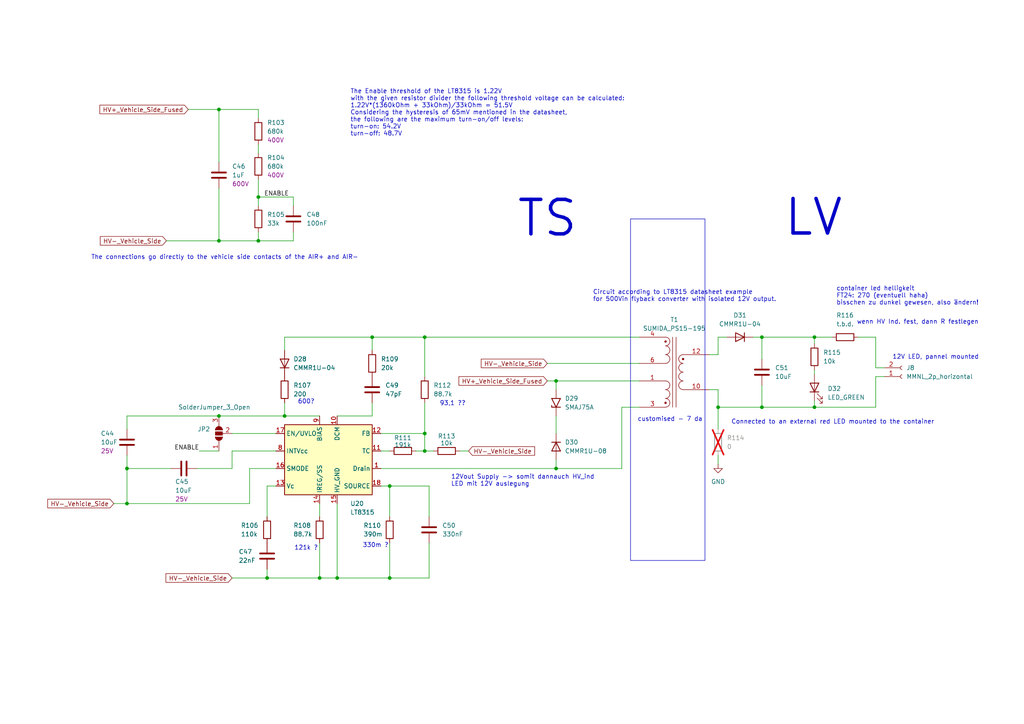
<source format=kicad_sch>
(kicad_sch
	(version 20231120)
	(generator "eeschema")
	(generator_version "8.0")
	(uuid "4459071b-d24b-42b5-b10c-2df6720e60d9")
	(paper "A4")
	(lib_symbols
		(symbol "Device:C"
			(pin_numbers hide)
			(pin_names
				(offset 0.254)
			)
			(exclude_from_sim no)
			(in_bom yes)
			(on_board yes)
			(property "Reference" "C"
				(at 0.635 2.54 0)
				(effects
					(font
						(size 1.27 1.27)
					)
					(justify left)
				)
			)
			(property "Value" "C"
				(at 0.635 -2.54 0)
				(effects
					(font
						(size 1.27 1.27)
					)
					(justify left)
				)
			)
			(property "Footprint" ""
				(at 0.9652 -3.81 0)
				(effects
					(font
						(size 1.27 1.27)
					)
					(hide yes)
				)
			)
			(property "Datasheet" "~"
				(at 0 0 0)
				(effects
					(font
						(size 1.27 1.27)
					)
					(hide yes)
				)
			)
			(property "Description" "Unpolarized capacitor"
				(at 0 0 0)
				(effects
					(font
						(size 1.27 1.27)
					)
					(hide yes)
				)
			)
			(property "ki_keywords" "cap capacitor"
				(at 0 0 0)
				(effects
					(font
						(size 1.27 1.27)
					)
					(hide yes)
				)
			)
			(property "ki_fp_filters" "C_*"
				(at 0 0 0)
				(effects
					(font
						(size 1.27 1.27)
					)
					(hide yes)
				)
			)
			(symbol "C_0_1"
				(polyline
					(pts
						(xy -2.032 -0.762) (xy 2.032 -0.762)
					)
					(stroke
						(width 0.508)
						(type default)
					)
					(fill
						(type none)
					)
				)
				(polyline
					(pts
						(xy -2.032 0.762) (xy 2.032 0.762)
					)
					(stroke
						(width 0.508)
						(type default)
					)
					(fill
						(type none)
					)
				)
			)
			(symbol "C_1_1"
				(pin passive line
					(at 0 3.81 270)
					(length 2.794)
					(name "~"
						(effects
							(font
								(size 1.27 1.27)
							)
						)
					)
					(number "1"
						(effects
							(font
								(size 1.27 1.27)
							)
						)
					)
				)
				(pin passive line
					(at 0 -3.81 90)
					(length 2.794)
					(name "~"
						(effects
							(font
								(size 1.27 1.27)
							)
						)
					)
					(number "2"
						(effects
							(font
								(size 1.27 1.27)
							)
						)
					)
				)
			)
		)
		(symbol "Device:LED"
			(pin_numbers hide)
			(pin_names
				(offset 1.016) hide)
			(exclude_from_sim no)
			(in_bom yes)
			(on_board yes)
			(property "Reference" "D"
				(at 0 2.54 0)
				(effects
					(font
						(size 1.27 1.27)
					)
				)
			)
			(property "Value" "LED"
				(at 0 -2.54 0)
				(effects
					(font
						(size 1.27 1.27)
					)
				)
			)
			(property "Footprint" ""
				(at 0 0 0)
				(effects
					(font
						(size 1.27 1.27)
					)
					(hide yes)
				)
			)
			(property "Datasheet" "~"
				(at 0 0 0)
				(effects
					(font
						(size 1.27 1.27)
					)
					(hide yes)
				)
			)
			(property "Description" "Light emitting diode"
				(at 0 0 0)
				(effects
					(font
						(size 1.27 1.27)
					)
					(hide yes)
				)
			)
			(property "ki_keywords" "LED diode"
				(at 0 0 0)
				(effects
					(font
						(size 1.27 1.27)
					)
					(hide yes)
				)
			)
			(property "ki_fp_filters" "LED* LED_SMD:* LED_THT:*"
				(at 0 0 0)
				(effects
					(font
						(size 1.27 1.27)
					)
					(hide yes)
				)
			)
			(symbol "LED_0_1"
				(polyline
					(pts
						(xy -1.27 -1.27) (xy -1.27 1.27)
					)
					(stroke
						(width 0.254)
						(type default)
					)
					(fill
						(type none)
					)
				)
				(polyline
					(pts
						(xy -1.27 0) (xy 1.27 0)
					)
					(stroke
						(width 0)
						(type default)
					)
					(fill
						(type none)
					)
				)
				(polyline
					(pts
						(xy 1.27 -1.27) (xy 1.27 1.27) (xy -1.27 0) (xy 1.27 -1.27)
					)
					(stroke
						(width 0.254)
						(type default)
					)
					(fill
						(type none)
					)
				)
				(polyline
					(pts
						(xy -3.048 -0.762) (xy -4.572 -2.286) (xy -3.81 -2.286) (xy -4.572 -2.286) (xy -4.572 -1.524)
					)
					(stroke
						(width 0)
						(type default)
					)
					(fill
						(type none)
					)
				)
				(polyline
					(pts
						(xy -1.778 -0.762) (xy -3.302 -2.286) (xy -2.54 -2.286) (xy -3.302 -2.286) (xy -3.302 -1.524)
					)
					(stroke
						(width 0)
						(type default)
					)
					(fill
						(type none)
					)
				)
			)
			(symbol "LED_1_1"
				(pin passive line
					(at -3.81 0 0)
					(length 2.54)
					(name "K"
						(effects
							(font
								(size 1.27 1.27)
							)
						)
					)
					(number "1"
						(effects
							(font
								(size 1.27 1.27)
							)
						)
					)
				)
				(pin passive line
					(at 3.81 0 180)
					(length 2.54)
					(name "A"
						(effects
							(font
								(size 1.27 1.27)
							)
						)
					)
					(number "2"
						(effects
							(font
								(size 1.27 1.27)
							)
						)
					)
				)
			)
		)
		(symbol "Device:R"
			(pin_numbers hide)
			(pin_names
				(offset 0)
			)
			(exclude_from_sim no)
			(in_bom yes)
			(on_board yes)
			(property "Reference" "R"
				(at 2.032 0 90)
				(effects
					(font
						(size 1.27 1.27)
					)
				)
			)
			(property "Value" "R"
				(at 0 0 90)
				(effects
					(font
						(size 1.27 1.27)
					)
				)
			)
			(property "Footprint" ""
				(at -1.778 0 90)
				(effects
					(font
						(size 1.27 1.27)
					)
					(hide yes)
				)
			)
			(property "Datasheet" "~"
				(at 0 0 0)
				(effects
					(font
						(size 1.27 1.27)
					)
					(hide yes)
				)
			)
			(property "Description" "Resistor"
				(at 0 0 0)
				(effects
					(font
						(size 1.27 1.27)
					)
					(hide yes)
				)
			)
			(property "ki_keywords" "R res resistor"
				(at 0 0 0)
				(effects
					(font
						(size 1.27 1.27)
					)
					(hide yes)
				)
			)
			(property "ki_fp_filters" "R_*"
				(at 0 0 0)
				(effects
					(font
						(size 1.27 1.27)
					)
					(hide yes)
				)
			)
			(symbol "R_0_1"
				(rectangle
					(start -1.016 -2.54)
					(end 1.016 2.54)
					(stroke
						(width 0.254)
						(type default)
					)
					(fill
						(type none)
					)
				)
			)
			(symbol "R_1_1"
				(pin passive line
					(at 0 3.81 270)
					(length 1.27)
					(name "~"
						(effects
							(font
								(size 1.27 1.27)
							)
						)
					)
					(number "1"
						(effects
							(font
								(size 1.27 1.27)
							)
						)
					)
				)
				(pin passive line
					(at 0 -3.81 90)
					(length 1.27)
					(name "~"
						(effects
							(font
								(size 1.27 1.27)
							)
						)
					)
					(number "2"
						(effects
							(font
								(size 1.27 1.27)
							)
						)
					)
				)
			)
		)
		(symbol "FaSTTUBe_connectors:MMNL_2p_horizontal"
			(pin_names
				(offset 1.016) hide)
			(exclude_from_sim no)
			(in_bom yes)
			(on_board yes)
			(property "Reference" "J"
				(at 0 2.54 0)
				(effects
					(font
						(size 1.27 1.27)
					)
				)
			)
			(property "Value" "MMNL_2p_horizontal"
				(at 0 -5.08 0)
				(effects
					(font
						(size 1.27 1.27)
					)
				)
			)
			(property "Footprint" "FaSTTUBe_connectors:Micro_Mate-N-Lok_2p_horizontal"
				(at 0 5.08 0)
				(effects
					(font
						(size 1.27 1.27)
					)
					(hide yes)
				)
			)
			(property "Datasheet" "~"
				(at 0 0 0)
				(effects
					(font
						(size 1.27 1.27)
					)
					(hide yes)
				)
			)
			(property "Description" "Micro Mate-N-Lok, single row, 2 position, SMD, horizontal"
				(at 0 0 0)
				(effects
					(font
						(size 1.27 1.27)
					)
					(hide yes)
				)
			)
			(property "ki_keywords" "connector mate-n-lok"
				(at 0 0 0)
				(effects
					(font
						(size 1.27 1.27)
					)
					(hide yes)
				)
			)
			(property "ki_fp_filters" "Connector*:*_1x??_*"
				(at 0 0 0)
				(effects
					(font
						(size 1.27 1.27)
					)
					(hide yes)
				)
			)
			(symbol "MMNL_2p_horizontal_1_1"
				(arc
					(start 0 -2.032)
					(mid -0.5058 -2.54)
					(end 0 -3.048)
					(stroke
						(width 0.1524)
						(type default)
					)
					(fill
						(type none)
					)
				)
				(polyline
					(pts
						(xy -1.27 -2.54) (xy -0.508 -2.54)
					)
					(stroke
						(width 0.1524)
						(type default)
					)
					(fill
						(type none)
					)
				)
				(polyline
					(pts
						(xy -1.27 0) (xy -0.508 0)
					)
					(stroke
						(width 0.1524)
						(type default)
					)
					(fill
						(type none)
					)
				)
				(arc
					(start 0 0.508)
					(mid -0.5058 0)
					(end 0 -0.508)
					(stroke
						(width 0.1524)
						(type default)
					)
					(fill
						(type none)
					)
				)
				(pin passive line
					(at -5.08 0 0)
					(length 3.81)
					(name "Pin_1"
						(effects
							(font
								(size 1.27 1.27)
							)
						)
					)
					(number "1"
						(effects
							(font
								(size 1.27 1.27)
							)
						)
					)
				)
				(pin passive line
					(at -5.08 -2.54 0)
					(length 3.81)
					(name "Pin_2"
						(effects
							(font
								(size 1.27 1.27)
							)
						)
					)
					(number "2"
						(effects
							(font
								(size 1.27 1.27)
							)
						)
					)
				)
			)
		)
		(symbol "HV_Indicator:CMMR1U-04"
			(pin_numbers hide)
			(pin_names
				(offset 1.016) hide)
			(exclude_from_sim no)
			(in_bom yes)
			(on_board yes)
			(property "Reference" "D"
				(at 0 2.54 0)
				(effects
					(font
						(size 1.27 1.27)
					)
				)
			)
			(property "Value" "CMMR1U-04"
				(at 0 -2.54 0)
				(effects
					(font
						(size 1.27 1.27)
					)
				)
			)
			(property "Footprint" "Diode_SMD:D_SOD-123F"
				(at 0 0 0)
				(effects
					(font
						(size 1.27 1.27)
					)
					(hide yes)
				)
			)
			(property "Datasheet" "https://www.mouser.de/datasheet/2/68/CSEMS02975_1-2539073.pdf"
				(at 0 0 0)
				(effects
					(font
						(size 1.27 1.27)
					)
					(hide yes)
				)
			)
			(property "Description" "Diode, Vr=400V, I=1.0A"
				(at 0 0 0)
				(effects
					(font
						(size 1.27 1.27)
					)
					(hide yes)
				)
			)
			(property "ki_keywords" "diode"
				(at 0 0 0)
				(effects
					(font
						(size 1.27 1.27)
					)
					(hide yes)
				)
			)
			(property "ki_fp_filters" "TO-???* *_Diode_* *SingleDiode* D_*"
				(at 0 0 0)
				(effects
					(font
						(size 1.27 1.27)
					)
					(hide yes)
				)
			)
			(symbol "CMMR1U-04_0_1"
				(polyline
					(pts
						(xy -1.27 1.27) (xy -1.27 -1.27)
					)
					(stroke
						(width 0.254)
						(type default)
					)
					(fill
						(type none)
					)
				)
				(polyline
					(pts
						(xy 1.27 0) (xy -1.27 0)
					)
					(stroke
						(width 0)
						(type default)
					)
					(fill
						(type none)
					)
				)
				(polyline
					(pts
						(xy 1.27 1.27) (xy 1.27 -1.27) (xy -1.27 0) (xy 1.27 1.27)
					)
					(stroke
						(width 0.254)
						(type default)
					)
					(fill
						(type none)
					)
				)
			)
			(symbol "CMMR1U-04_1_1"
				(pin passive line
					(at -3.81 0 0)
					(length 2.54)
					(name "K"
						(effects
							(font
								(size 1.27 1.27)
							)
						)
					)
					(number "1"
						(effects
							(font
								(size 1.27 1.27)
							)
						)
					)
				)
				(pin passive line
					(at 3.81 0 180)
					(length 2.54)
					(name "A"
						(effects
							(font
								(size 1.27 1.27)
							)
						)
					)
					(number "2"
						(effects
							(font
								(size 1.27 1.27)
							)
						)
					)
				)
			)
		)
		(symbol "HV_Indicator:CMMR1U-08"
			(pin_numbers hide)
			(pin_names
				(offset 1.016) hide)
			(exclude_from_sim no)
			(in_bom yes)
			(on_board yes)
			(property "Reference" "D"
				(at 0 2.54 0)
				(effects
					(font
						(size 1.27 1.27)
					)
				)
			)
			(property "Value" "CMMR1U-08"
				(at 0 -2.54 0)
				(effects
					(font
						(size 1.27 1.27)
					)
				)
			)
			(property "Footprint" "Diode_SMD:D_SOD-123F"
				(at 0 0 0)
				(effects
					(font
						(size 1.27 1.27)
					)
					(hide yes)
				)
			)
			(property "Datasheet" "https://www.mouser.de/datasheet/2/68/CSEMS02975_1-2539073.pdf"
				(at 0 0 0)
				(effects
					(font
						(size 1.27 1.27)
					)
					(hide yes)
				)
			)
			(property "Description" "Diode, Vr=800V, I=1.0A"
				(at 0 0 0)
				(effects
					(font
						(size 1.27 1.27)
					)
					(hide yes)
				)
			)
			(property "ki_keywords" "diode"
				(at 0 0 0)
				(effects
					(font
						(size 1.27 1.27)
					)
					(hide yes)
				)
			)
			(property "ki_fp_filters" "TO-???* *_Diode_* *SingleDiode* D_*"
				(at 0 0 0)
				(effects
					(font
						(size 1.27 1.27)
					)
					(hide yes)
				)
			)
			(symbol "CMMR1U-08_0_1"
				(polyline
					(pts
						(xy -1.27 1.27) (xy -1.27 -1.27)
					)
					(stroke
						(width 0.254)
						(type default)
					)
					(fill
						(type none)
					)
				)
				(polyline
					(pts
						(xy 1.27 0) (xy -1.27 0)
					)
					(stroke
						(width 0)
						(type default)
					)
					(fill
						(type none)
					)
				)
				(polyline
					(pts
						(xy 1.27 1.27) (xy 1.27 -1.27) (xy -1.27 0) (xy 1.27 1.27)
					)
					(stroke
						(width 0.254)
						(type default)
					)
					(fill
						(type none)
					)
				)
			)
			(symbol "CMMR1U-08_1_1"
				(pin passive line
					(at -3.81 0 0)
					(length 2.54)
					(name "K"
						(effects
							(font
								(size 1.27 1.27)
							)
						)
					)
					(number "1"
						(effects
							(font
								(size 1.27 1.27)
							)
						)
					)
				)
				(pin passive line
					(at 3.81 0 180)
					(length 2.54)
					(name "A"
						(effects
							(font
								(size 1.27 1.27)
							)
						)
					)
					(number "2"
						(effects
							(font
								(size 1.27 1.27)
							)
						)
					)
				)
			)
		)
		(symbol "HV_Indicator:LT8315"
			(exclude_from_sim no)
			(in_bom yes)
			(on_board yes)
			(property "Reference" "U901"
				(at 6.35 -12.7 0)
				(effects
					(font
						(size 1.27 1.27)
					)
					(justify left)
				)
			)
			(property "Value" "LT8315"
				(at 6.35 -15.24 0)
				(effects
					(font
						(size 1.27 1.27)
					)
					(justify left)
				)
			)
			(property "Footprint" "HV_Indicator:LT8315"
				(at 0 20.32 0)
				(effects
					(font
						(size 1.27 1.27)
					)
					(hide yes)
				)
			)
			(property "Datasheet" "https://www.analog.com/media/en/technical-documentation/data-sheets/8315fa.pdf"
				(at 0 22.86 0)
				(effects
					(font
						(size 1.27 1.27)
					)
					(hide yes)
				)
			)
			(property "Description" ""
				(at 0 0 0)
				(effects
					(font
						(size 1.27 1.27)
					)
					(hide yes)
				)
			)
			(symbol "LT8315_0_1"
				(rectangle
					(start -12.7 10.16)
					(end 12.7 -10.16)
					(stroke
						(width 0.254)
						(type default)
					)
					(fill
						(type background)
					)
				)
			)
			(symbol "LT8315_1_1"
				(pin open_collector line
					(at 15.24 -2.54 180)
					(length 2.54)
					(name "Drain"
						(effects
							(font
								(size 1.27 1.27)
							)
						)
					)
					(number "1"
						(effects
							(font
								(size 1.27 1.27)
							)
						)
					)
				)
				(pin passive line
					(at 2.54 12.7 270)
					(length 2.54)
					(name "DCM"
						(effects
							(font
								(size 1.27 1.27)
							)
						)
					)
					(number "10"
						(effects
							(font
								(size 1.27 1.27)
							)
						)
					)
				)
				(pin input line
					(at 15.24 2.54 180)
					(length 2.54)
					(name "TC"
						(effects
							(font
								(size 1.27 1.27)
							)
						)
					)
					(number "11"
						(effects
							(font
								(size 1.27 1.27)
							)
						)
					)
				)
				(pin input line
					(at 15.24 7.62 180)
					(length 2.54)
					(name "FB"
						(effects
							(font
								(size 1.27 1.27)
							)
						)
					)
					(number "12"
						(effects
							(font
								(size 1.27 1.27)
							)
						)
					)
				)
				(pin input line
					(at -15.24 -7.62 0)
					(length 2.54)
					(name "Vc"
						(effects
							(font
								(size 1.27 1.27)
							)
						)
					)
					(number "13"
						(effects
							(font
								(size 1.27 1.27)
							)
						)
					)
				)
				(pin input line
					(at -2.54 -12.7 90)
					(length 2.54)
					(name "IREG/SS"
						(effects
							(font
								(size 1.27 1.27)
							)
						)
					)
					(number "14"
						(effects
							(font
								(size 1.27 1.27)
							)
						)
					)
				)
				(pin power_in line
					(at 2.54 -12.7 90)
					(length 2.54)
					(name "HV_GND"
						(effects
							(font
								(size 1.27 1.27)
							)
						)
					)
					(number "15"
						(effects
							(font
								(size 1.27 1.27)
							)
						)
					)
				)
				(pin input line
					(at -15.24 -2.54 0)
					(length 2.54)
					(name "SMODE"
						(effects
							(font
								(size 1.27 1.27)
							)
						)
					)
					(number "16"
						(effects
							(font
								(size 1.27 1.27)
							)
						)
					)
				)
				(pin input line
					(at -15.24 7.62 0)
					(length 2.54)
					(name "EN/UVLO"
						(effects
							(font
								(size 1.27 1.27)
							)
						)
					)
					(number "17"
						(effects
							(font
								(size 1.27 1.27)
							)
						)
					)
				)
				(pin passive line
					(at 15.24 -7.62 180)
					(length 2.54)
					(name "SOURCE"
						(effects
							(font
								(size 1.27 1.27)
							)
						)
					)
					(number "18"
						(effects
							(font
								(size 1.27 1.27)
							)
						)
					)
				)
				(pin no_connect line
					(at -7.62 -12.7 90)
					(length 2.54) hide
					(name "N.C."
						(effects
							(font
								(size 1.27 1.27)
							)
						)
					)
					(number "19"
						(effects
							(font
								(size 1.27 1.27)
							)
						)
					)
				)
				(pin open_collector line
					(at 15.24 -2.54 180)
					(length 2.54) hide
					(name "Drain"
						(effects
							(font
								(size 1.27 1.27)
							)
						)
					)
					(number "2"
						(effects
							(font
								(size 1.27 1.27)
							)
						)
					)
				)
				(pin power_in line
					(at 2.54 -12.7 90)
					(length 2.54) hide
					(name "HV_GND"
						(effects
							(font
								(size 1.27 1.27)
							)
						)
					)
					(number "20"
						(effects
							(font
								(size 1.27 1.27)
							)
						)
					)
				)
				(pin power_in line
					(at 2.54 -12.7 90)
					(length 2.54) hide
					(name "HV_GND"
						(effects
							(font
								(size 1.27 1.27)
							)
						)
					)
					(number "21"
						(effects
							(font
								(size 1.27 1.27)
							)
						)
					)
				)
				(pin open_collector line
					(at 15.24 -2.54 180)
					(length 2.54) hide
					(name "Drain"
						(effects
							(font
								(size 1.27 1.27)
							)
						)
					)
					(number "3"
						(effects
							(font
								(size 1.27 1.27)
							)
						)
					)
				)
				(pin passive line
					(at -15.24 2.54 0)
					(length 2.54)
					(name "INTVcc"
						(effects
							(font
								(size 1.27 1.27)
							)
						)
					)
					(number "8"
						(effects
							(font
								(size 1.27 1.27)
							)
						)
					)
				)
				(pin passive line
					(at -2.54 12.7 270)
					(length 2.54)
					(name "BIAS"
						(effects
							(font
								(size 1.27 1.27)
							)
						)
					)
					(number "9"
						(effects
							(font
								(size 1.27 1.27)
							)
						)
					)
				)
			)
		)
		(symbol "HV_Indicator:SMAJ75A"
			(pin_numbers hide)
			(pin_names
				(offset 1.016) hide)
			(exclude_from_sim no)
			(in_bom yes)
			(on_board yes)
			(property "Reference" "D"
				(at 0 2.54 0)
				(effects
					(font
						(size 1.27 1.27)
					)
				)
			)
			(property "Value" "SMAJ75A"
				(at 0 -2.54 0)
				(effects
					(font
						(size 1.27 1.27)
					)
				)
			)
			(property "Footprint" "Diode_SMD:D_SMA"
				(at 0 -5.08 0)
				(effects
					(font
						(size 1.27 1.27)
					)
					(hide yes)
				)
			)
			(property "Datasheet" "https://www.littelfuse.com/media?resourcetype=datasheets&itemid=75e32973-b177-4ee3-a0ff-cedaf1abdb93&filename=smaj-datasheet"
				(at -1.27 0 0)
				(effects
					(font
						(size 1.27 1.27)
					)
					(hide yes)
				)
			)
			(property "Description" "400W unidirectional Transil Transient Voltage Suppressor, 75.0Vrwm, DO-214AC"
				(at 0 0 0)
				(effects
					(font
						(size 1.27 1.27)
					)
					(hide yes)
				)
			)
			(property "ki_keywords" "diode TVS voltage suppressor"
				(at 0 0 0)
				(effects
					(font
						(size 1.27 1.27)
					)
					(hide yes)
				)
			)
			(property "ki_fp_filters" "D*SMB*"
				(at 0 0 0)
				(effects
					(font
						(size 1.27 1.27)
					)
					(hide yes)
				)
			)
			(symbol "SMAJ75A_0_1"
				(polyline
					(pts
						(xy -0.762 1.27) (xy -1.27 1.27) (xy -1.27 -1.27)
					)
					(stroke
						(width 0.254)
						(type default)
					)
					(fill
						(type none)
					)
				)
				(polyline
					(pts
						(xy 1.27 1.27) (xy 1.27 -1.27) (xy -1.27 0) (xy 1.27 1.27)
					)
					(stroke
						(width 0.254)
						(type default)
					)
					(fill
						(type none)
					)
				)
			)
			(symbol "SMAJ75A_1_1"
				(pin passive line
					(at -3.81 0 0)
					(length 2.54)
					(name "A1"
						(effects
							(font
								(size 1.27 1.27)
							)
						)
					)
					(number "1"
						(effects
							(font
								(size 1.27 1.27)
							)
						)
					)
				)
				(pin passive line
					(at 3.81 0 180)
					(length 2.54)
					(name "A2"
						(effects
							(font
								(size 1.27 1.27)
							)
						)
					)
					(number "2"
						(effects
							(font
								(size 1.27 1.27)
							)
						)
					)
				)
			)
		)
		(symbol "HV_Indicator:SUMIDA_PS15-195"
			(pin_names
				(offset 1.016) hide)
			(exclude_from_sim no)
			(in_bom yes)
			(on_board yes)
			(property "Reference" "T"
				(at 0 12.7 0)
				(effects
					(font
						(size 1.27 1.27)
					)
				)
			)
			(property "Value" "SUMIDA_PS15-195"
				(at 0 -12.7 0)
				(effects
					(font
						(size 1.27 1.27)
					)
				)
			)
			(property "Footprint" "HV_Indicator:sumida"
				(at 0 0 0)
				(effects
					(font
						(size 1.27 1.27)
					)
					(hide yes)
				)
			)
			(property "Datasheet" "~"
				(at 0 0 0)
				(effects
					(font
						(size 1.27 1.27)
					)
					(hide yes)
				)
			)
			(property "Description" "Transformer, dual primary, single secondary"
				(at 0 0 0)
				(effects
					(font
						(size 1.27 1.27)
					)
					(hide yes)
				)
			)
			(property "ki_keywords" "transformer coil magnet"
				(at 0 0 0)
				(effects
					(font
						(size 1.27 1.27)
					)
					(hide yes)
				)
			)
			(symbol "SUMIDA_PS15-195_0_1"
				(arc
					(start -2.54 -10.1346)
					(mid -1.6599 -9.7701)
					(end -1.2954 -8.89)
					(stroke
						(width 0)
						(type default)
					)
					(fill
						(type none)
					)
				)
				(circle
					(center -2.54 -8.89)
					(radius 0.254)
					(stroke
						(width 0)
						(type default)
					)
					(fill
						(type outline)
					)
				)
				(arc
					(start -2.54 -7.5946)
					(mid -1.6599 -7.2301)
					(end -1.2954 -6.35)
					(stroke
						(width 0)
						(type default)
					)
					(fill
						(type none)
					)
				)
				(arc
					(start -2.54 -5.0546)
					(mid -1.6599 -4.6901)
					(end -1.2954 -3.81)
					(stroke
						(width 0)
						(type default)
					)
					(fill
						(type none)
					)
				)
				(arc
					(start -2.54 2.5654)
					(mid -1.6599 2.9299)
					(end -1.2954 3.81)
					(stroke
						(width 0)
						(type default)
					)
					(fill
						(type none)
					)
				)
				(arc
					(start -2.54 5.1054)
					(mid -1.6599 5.4699)
					(end -1.2954 6.35)
					(stroke
						(width 0)
						(type default)
					)
					(fill
						(type none)
					)
				)
				(arc
					(start -2.54 7.6454)
					(mid -1.6599 8.0099)
					(end -1.2954 8.89)
					(stroke
						(width 0)
						(type default)
					)
					(fill
						(type none)
					)
				)
				(circle
					(center -2.54 8.89)
					(radius 0.254)
					(stroke
						(width 0)
						(type default)
					)
					(fill
						(type outline)
					)
				)
				(arc
					(start -1.2954 -8.89)
					(mid -1.6457 -7.9883)
					(end -2.54 -7.62)
					(stroke
						(width 0)
						(type default)
					)
					(fill
						(type none)
					)
				)
				(arc
					(start -1.2954 -6.35)
					(mid -1.6457 -5.4483)
					(end -2.54 -5.08)
					(stroke
						(width 0)
						(type default)
					)
					(fill
						(type none)
					)
				)
				(arc
					(start -1.2954 -3.81)
					(mid -1.6457 -2.9083)
					(end -2.54 -2.54)
					(stroke
						(width 0)
						(type default)
					)
					(fill
						(type none)
					)
				)
				(arc
					(start -1.2954 3.81)
					(mid -1.6457 4.7117)
					(end -2.54 5.08)
					(stroke
						(width 0)
						(type default)
					)
					(fill
						(type none)
					)
				)
				(arc
					(start -1.2954 6.35)
					(mid -1.6457 7.2517)
					(end -2.54 7.62)
					(stroke
						(width 0)
						(type default)
					)
					(fill
						(type none)
					)
				)
				(arc
					(start -1.2954 8.89)
					(mid -1.6457 9.7917)
					(end -2.54 10.16)
					(stroke
						(width 0)
						(type default)
					)
					(fill
						(type none)
					)
				)
				(polyline
					(pts
						(xy -0.508 10.16) (xy -0.508 -10.16)
					)
					(stroke
						(width 0)
						(type default)
					)
					(fill
						(type none)
					)
				)
				(polyline
					(pts
						(xy 0.508 -10.16) (xy 0.508 10.16)
					)
					(stroke
						(width 0)
						(type default)
					)
					(fill
						(type none)
					)
				)
				(arc
					(start 1.27 -3.81)
					(mid 1.656 -4.6864)
					(end 2.54 -5.0546)
					(stroke
						(width 0)
						(type default)
					)
					(fill
						(type none)
					)
				)
				(arc
					(start 1.27 -1.27)
					(mid 1.656 -2.1464)
					(end 2.54 -2.5146)
					(stroke
						(width 0)
						(type default)
					)
					(fill
						(type none)
					)
				)
				(arc
					(start 1.27 1.27)
					(mid 1.656 0.3936)
					(end 2.54 0.0254)
					(stroke
						(width 0)
						(type default)
					)
					(fill
						(type none)
					)
				)
				(arc
					(start 1.27 3.81)
					(mid 1.656 2.9336)
					(end 2.54 2.5654)
					(stroke
						(width 0)
						(type default)
					)
					(fill
						(type none)
					)
				)
				(arc
					(start 2.54 -2.54)
					(mid 1.642 -2.912)
					(end 1.27 -3.81)
					(stroke
						(width 0)
						(type default)
					)
					(fill
						(type none)
					)
				)
				(arc
					(start 2.54 0)
					(mid 1.642 -0.372)
					(end 1.27 -1.27)
					(stroke
						(width 0)
						(type default)
					)
					(fill
						(type none)
					)
				)
				(arc
					(start 2.54 2.54)
					(mid 1.642 2.168)
					(end 1.27 1.27)
					(stroke
						(width 0)
						(type default)
					)
					(fill
						(type none)
					)
				)
				(circle
					(center 2.54 3.81)
					(radius 0.254)
					(stroke
						(width 0)
						(type default)
					)
					(fill
						(type outline)
					)
				)
				(arc
					(start 2.54 5.08)
					(mid 1.642 4.708)
					(end 1.27 3.81)
					(stroke
						(width 0)
						(type default)
					)
					(fill
						(type none)
					)
				)
			)
			(symbol "SUMIDA_PS15-195_1_1"
				(pin passive line
					(at -10.16 -2.54 0)
					(length 7.62)
					(name "SC"
						(effects
							(font
								(size 1.27 1.27)
							)
						)
					)
					(number "1"
						(effects
							(font
								(size 1.27 1.27)
							)
						)
					)
				)
				(pin passive line
					(at 10.16 -5.08 180)
					(length 7.62)
					(name "AB"
						(effects
							(font
								(size 1.27 1.27)
							)
						)
					)
					(number "10"
						(effects
							(font
								(size 1.27 1.27)
							)
						)
					)
				)
				(pin passive line
					(at 10.16 5.08 180)
					(length 7.62)
					(name "AA"
						(effects
							(font
								(size 1.27 1.27)
							)
						)
					)
					(number "12"
						(effects
							(font
								(size 1.27 1.27)
							)
						)
					)
				)
				(pin passive line
					(at -10.16 -10.16 0)
					(length 7.62)
					(name "SD"
						(effects
							(font
								(size 1.27 1.27)
							)
						)
					)
					(number "3"
						(effects
							(font
								(size 1.27 1.27)
							)
						)
					)
				)
				(pin passive line
					(at -10.16 10.16 0)
					(length 7.62)
					(name "~"
						(effects
							(font
								(size 1.27 1.27)
							)
						)
					)
					(number "4"
						(effects
							(font
								(size 1.27 1.27)
							)
						)
					)
				)
				(pin passive line
					(at -10.16 2.54 0)
					(length 7.62)
					(name "~"
						(effects
							(font
								(size 1.27 1.27)
							)
						)
					)
					(number "6"
						(effects
							(font
								(size 1.27 1.27)
							)
						)
					)
				)
			)
		)
		(symbol "Jumper:SolderJumper_3_Open"
			(pin_names
				(offset 0) hide)
			(exclude_from_sim no)
			(in_bom yes)
			(on_board yes)
			(property "Reference" "JP"
				(at -2.54 -2.54 0)
				(effects
					(font
						(size 1.27 1.27)
					)
				)
			)
			(property "Value" "SolderJumper_3_Open"
				(at 0 2.794 0)
				(effects
					(font
						(size 1.27 1.27)
					)
				)
			)
			(property "Footprint" ""
				(at 0 0 0)
				(effects
					(font
						(size 1.27 1.27)
					)
					(hide yes)
				)
			)
			(property "Datasheet" "~"
				(at 0 0 0)
				(effects
					(font
						(size 1.27 1.27)
					)
					(hide yes)
				)
			)
			(property "Description" "Solder Jumper, 3-pole, open"
				(at 0 0 0)
				(effects
					(font
						(size 1.27 1.27)
					)
					(hide yes)
				)
			)
			(property "ki_keywords" "Solder Jumper SPDT"
				(at 0 0 0)
				(effects
					(font
						(size 1.27 1.27)
					)
					(hide yes)
				)
			)
			(property "ki_fp_filters" "SolderJumper*Open*"
				(at 0 0 0)
				(effects
					(font
						(size 1.27 1.27)
					)
					(hide yes)
				)
			)
			(symbol "SolderJumper_3_Open_0_1"
				(arc
					(start -1.016 1.016)
					(mid -2.0276 0)
					(end -1.016 -1.016)
					(stroke
						(width 0)
						(type default)
					)
					(fill
						(type none)
					)
				)
				(arc
					(start -1.016 1.016)
					(mid -2.0276 0)
					(end -1.016 -1.016)
					(stroke
						(width 0)
						(type default)
					)
					(fill
						(type outline)
					)
				)
				(rectangle
					(start -0.508 1.016)
					(end 0.508 -1.016)
					(stroke
						(width 0)
						(type default)
					)
					(fill
						(type outline)
					)
				)
				(polyline
					(pts
						(xy -2.54 0) (xy -2.032 0)
					)
					(stroke
						(width 0)
						(type default)
					)
					(fill
						(type none)
					)
				)
				(polyline
					(pts
						(xy -1.016 1.016) (xy -1.016 -1.016)
					)
					(stroke
						(width 0)
						(type default)
					)
					(fill
						(type none)
					)
				)
				(polyline
					(pts
						(xy 0 -1.27) (xy 0 -1.016)
					)
					(stroke
						(width 0)
						(type default)
					)
					(fill
						(type none)
					)
				)
				(polyline
					(pts
						(xy 1.016 1.016) (xy 1.016 -1.016)
					)
					(stroke
						(width 0)
						(type default)
					)
					(fill
						(type none)
					)
				)
				(polyline
					(pts
						(xy 2.54 0) (xy 2.032 0)
					)
					(stroke
						(width 0)
						(type default)
					)
					(fill
						(type none)
					)
				)
				(arc
					(start 1.016 -1.016)
					(mid 2.0276 0)
					(end 1.016 1.016)
					(stroke
						(width 0)
						(type default)
					)
					(fill
						(type none)
					)
				)
				(arc
					(start 1.016 -1.016)
					(mid 2.0276 0)
					(end 1.016 1.016)
					(stroke
						(width 0)
						(type default)
					)
					(fill
						(type outline)
					)
				)
			)
			(symbol "SolderJumper_3_Open_1_1"
				(pin passive line
					(at -5.08 0 0)
					(length 2.54)
					(name "A"
						(effects
							(font
								(size 1.27 1.27)
							)
						)
					)
					(number "1"
						(effects
							(font
								(size 1.27 1.27)
							)
						)
					)
				)
				(pin passive line
					(at 0 -3.81 90)
					(length 2.54)
					(name "C"
						(effects
							(font
								(size 1.27 1.27)
							)
						)
					)
					(number "2"
						(effects
							(font
								(size 1.27 1.27)
							)
						)
					)
				)
				(pin passive line
					(at 5.08 0 180)
					(length 2.54)
					(name "B"
						(effects
							(font
								(size 1.27 1.27)
							)
						)
					)
					(number "3"
						(effects
							(font
								(size 1.27 1.27)
							)
						)
					)
				)
			)
		)
		(symbol "power:GND"
			(power)
			(pin_numbers hide)
			(pin_names
				(offset 0) hide)
			(exclude_from_sim no)
			(in_bom yes)
			(on_board yes)
			(property "Reference" "#PWR"
				(at 0 -6.35 0)
				(effects
					(font
						(size 1.27 1.27)
					)
					(hide yes)
				)
			)
			(property "Value" "GND"
				(at 0 -3.81 0)
				(effects
					(font
						(size 1.27 1.27)
					)
				)
			)
			(property "Footprint" ""
				(at 0 0 0)
				(effects
					(font
						(size 1.27 1.27)
					)
					(hide yes)
				)
			)
			(property "Datasheet" ""
				(at 0 0 0)
				(effects
					(font
						(size 1.27 1.27)
					)
					(hide yes)
				)
			)
			(property "Description" "Power symbol creates a global label with name \"GND\" , ground"
				(at 0 0 0)
				(effects
					(font
						(size 1.27 1.27)
					)
					(hide yes)
				)
			)
			(property "ki_keywords" "global power"
				(at 0 0 0)
				(effects
					(font
						(size 1.27 1.27)
					)
					(hide yes)
				)
			)
			(symbol "GND_0_1"
				(polyline
					(pts
						(xy 0 0) (xy 0 -1.27) (xy 1.27 -1.27) (xy 0 -2.54) (xy -1.27 -1.27) (xy 0 -1.27)
					)
					(stroke
						(width 0)
						(type default)
					)
					(fill
						(type none)
					)
				)
			)
			(symbol "GND_1_1"
				(pin power_in line
					(at 0 0 270)
					(length 0)
					(name "~"
						(effects
							(font
								(size 1.27 1.27)
							)
						)
					)
					(number "1"
						(effects
							(font
								(size 1.27 1.27)
							)
						)
					)
				)
			)
		)
	)
	(junction
		(at 161.29 135.89)
		(diameter 0)
		(color 0 0 0 0)
		(uuid "00c4075d-2b03-4f2d-b634-a58d6ea0774b")
	)
	(junction
		(at 74.93 57.15)
		(diameter 0)
		(color 0 0 0 0)
		(uuid "0ffca64b-1383-4dae-bb09-4337751c30db")
	)
	(junction
		(at 220.98 118.11)
		(diameter 0)
		(color 0 0 0 0)
		(uuid "1c90cea6-48dd-43a8-b326-6b94a5b565b1")
	)
	(junction
		(at 113.03 140.97)
		(diameter 0)
		(color 0 0 0 0)
		(uuid "36350f28-769b-46f2-8210-53a9eccf3efa")
	)
	(junction
		(at 82.55 120.65)
		(diameter 0)
		(color 0 0 0 0)
		(uuid "447e6dd6-c2af-4fad-b5a2-001c312365b9")
	)
	(junction
		(at 36.83 146.05)
		(diameter 0)
		(color 0 0 0 0)
		(uuid "53ddd7f9-f833-42e9-8b68-7ceccafb827f")
	)
	(junction
		(at 97.79 167.64)
		(diameter 0)
		(color 0 0 0 0)
		(uuid "6b4ab4b5-58ef-4d8d-9368-235a1e9b53b6")
	)
	(junction
		(at 63.5 120.65)
		(diameter 0)
		(color 0 0 0 0)
		(uuid "767e8812-022a-49cf-847e-d75967a7a25b")
	)
	(junction
		(at 36.83 135.89)
		(diameter 0)
		(color 0 0 0 0)
		(uuid "7d973125-6edc-4a0c-9939-c5b8041ecc13")
	)
	(junction
		(at 123.19 130.81)
		(diameter 0)
		(color 0 0 0 0)
		(uuid "8236e5a1-51bf-4faa-8407-8ce7dcfd4acb")
	)
	(junction
		(at 92.71 167.64)
		(diameter 0)
		(color 0 0 0 0)
		(uuid "86313e00-e179-4042-b547-8a6d6361d2b0")
	)
	(junction
		(at 236.22 97.79)
		(diameter 0)
		(color 0 0 0 0)
		(uuid "9a52aa71-7498-4708-a205-a881ef1faad2")
	)
	(junction
		(at 220.98 97.79)
		(diameter 0)
		(color 0 0 0 0)
		(uuid "9eb96163-26a9-41c2-873d-26b5028181cb")
	)
	(junction
		(at 113.03 167.64)
		(diameter 0)
		(color 0 0 0 0)
		(uuid "ac1b2121-37f6-4dab-aa4f-718a4638ceb3")
	)
	(junction
		(at 63.5 31.75)
		(diameter 0)
		(color 0 0 0 0)
		(uuid "b0355a44-9532-4389-a11c-c0d9b87718cf")
	)
	(junction
		(at 123.19 97.79)
		(diameter 0)
		(color 0 0 0 0)
		(uuid "bdb54e10-ed4a-4c73-b5b1-aa04dd2768f8")
	)
	(junction
		(at 161.29 110.49)
		(diameter 0)
		(color 0 0 0 0)
		(uuid "be1c02d4-db66-4a89-9b77-d3d0cf90c428")
	)
	(junction
		(at 236.22 118.11)
		(diameter 0)
		(color 0 0 0 0)
		(uuid "c62eb2a5-83be-4720-b1cb-0f55161e54f2")
	)
	(junction
		(at 77.47 167.64)
		(diameter 0)
		(color 0 0 0 0)
		(uuid "c8a032d8-4286-41d3-9f4e-ea1b93d7b066")
	)
	(junction
		(at 74.93 69.85)
		(diameter 0)
		(color 0 0 0 0)
		(uuid "cb14b51d-0428-4a83-9e5a-851c1b79d547")
	)
	(junction
		(at 63.5 69.85)
		(diameter 0)
		(color 0 0 0 0)
		(uuid "d87213c6-3195-483a-ae32-47c3e058f722")
	)
	(junction
		(at 107.95 97.79)
		(diameter 0)
		(color 0 0 0 0)
		(uuid "f0dc038d-a53d-45a0-a5f5-2d6f2433fc21")
	)
	(junction
		(at 208.28 118.11)
		(diameter 0)
		(color 0 0 0 0)
		(uuid "f14c62f5-164d-49e4-b474-a7cf8031033d")
	)
	(junction
		(at 123.19 125.73)
		(diameter 0)
		(color 0 0 0 0)
		(uuid "fa0b1147-c05e-46b1-bc1e-8812e3686308")
	)
	(wire
		(pts
			(xy 123.19 125.73) (xy 110.49 125.73)
		)
		(stroke
			(width 0)
			(type default)
		)
		(uuid "0091152b-c2f8-415b-b749-238cc80a86d7")
	)
	(wire
		(pts
			(xy 256.54 109.22) (xy 254 109.22)
		)
		(stroke
			(width 0)
			(type default)
		)
		(uuid "00d207cf-30c2-4bbb-8cd1-b3be94550dff")
	)
	(wire
		(pts
			(xy 74.93 69.85) (xy 63.5 69.85)
		)
		(stroke
			(width 0)
			(type default)
		)
		(uuid "045794ee-285f-44ac-88d7-44bc481b786e")
	)
	(wire
		(pts
			(xy 123.19 109.22) (xy 123.19 97.79)
		)
		(stroke
			(width 0)
			(type default)
		)
		(uuid "058acd97-559f-4d9a-ad33-ee79eb1c4a3a")
	)
	(wire
		(pts
			(xy 254 97.79) (xy 248.92 97.79)
		)
		(stroke
			(width 0)
			(type default)
		)
		(uuid "05ec82ea-f606-48e5-8434-9c87b6f9ce56")
	)
	(wire
		(pts
			(xy 72.39 135.89) (xy 80.01 135.89)
		)
		(stroke
			(width 0)
			(type default)
		)
		(uuid "0fdda56a-7a5c-4527-b9a8-276b7d26f903")
	)
	(wire
		(pts
			(xy 82.55 97.79) (xy 107.95 97.79)
		)
		(stroke
			(width 0)
			(type default)
		)
		(uuid "1079e58e-11d8-476c-a58f-ea87b1bb5e40")
	)
	(wire
		(pts
			(xy 77.47 149.86) (xy 77.47 140.97)
		)
		(stroke
			(width 0)
			(type default)
		)
		(uuid "110cac66-499e-4e25-9566-5138c3f181f3")
	)
	(wire
		(pts
			(xy 63.5 54.61) (xy 63.5 69.85)
		)
		(stroke
			(width 0)
			(type default)
		)
		(uuid "136a0de0-886c-44a7-8fe1-0d1300a38ea0")
	)
	(wire
		(pts
			(xy 254 106.68) (xy 254 97.79)
		)
		(stroke
			(width 0)
			(type default)
		)
		(uuid "14b13fa7-5490-4855-b000-7ea7f4fbd25f")
	)
	(wire
		(pts
			(xy 254 109.22) (xy 254 118.11)
		)
		(stroke
			(width 0)
			(type default)
		)
		(uuid "169cd5ec-8319-497b-affb-f443055e26f9")
	)
	(wire
		(pts
			(xy 72.39 135.89) (xy 72.39 146.05)
		)
		(stroke
			(width 0)
			(type default)
		)
		(uuid "17b9d8e8-e6c7-4dbb-9f57-5a98d39bd973")
	)
	(wire
		(pts
			(xy 77.47 167.64) (xy 77.47 165.1)
		)
		(stroke
			(width 0)
			(type default)
		)
		(uuid "1899e895-f1a1-42bb-a9e9-6043159267b3")
	)
	(wire
		(pts
			(xy 36.83 146.05) (xy 72.39 146.05)
		)
		(stroke
			(width 0)
			(type default)
		)
		(uuid "1bcc0dfa-abf0-4dde-b31e-3ae7cfb71991")
	)
	(wire
		(pts
			(xy 123.19 130.81) (xy 123.19 125.73)
		)
		(stroke
			(width 0)
			(type default)
		)
		(uuid "1d5f5756-c94d-4d2e-80a6-7a17da6e6a43")
	)
	(wire
		(pts
			(xy 220.98 97.79) (xy 236.22 97.79)
		)
		(stroke
			(width 0)
			(type default)
		)
		(uuid "1ecc9f3a-a759-4d3a-b3b9-b86848489ade")
	)
	(wire
		(pts
			(xy 63.5 120.65) (xy 82.55 120.65)
		)
		(stroke
			(width 0)
			(type default)
		)
		(uuid "20555d17-66df-4f72-a3f7-ab7607a567ff")
	)
	(wire
		(pts
			(xy 123.19 130.81) (xy 125.73 130.81)
		)
		(stroke
			(width 0)
			(type default)
		)
		(uuid "21dad6c1-73b2-4ac6-80a4-97474bbf5752")
	)
	(wire
		(pts
			(xy 180.34 118.11) (xy 180.34 135.89)
		)
		(stroke
			(width 0)
			(type default)
		)
		(uuid "237435ec-396c-4e3d-86a5-dcefe44b0c3a")
	)
	(wire
		(pts
			(xy 113.03 157.48) (xy 113.03 167.64)
		)
		(stroke
			(width 0)
			(type default)
		)
		(uuid "24b3220f-f47a-43a7-9744-30a18c2def3c")
	)
	(wire
		(pts
			(xy 92.71 167.64) (xy 97.79 167.64)
		)
		(stroke
			(width 0)
			(type default)
		)
		(uuid "28fbbb69-5fc8-42c4-8a57-c0b56a5d5c6b")
	)
	(wire
		(pts
			(xy 236.22 116.205) (xy 236.22 118.11)
		)
		(stroke
			(width 0)
			(type default)
		)
		(uuid "2cb02e2c-b260-48b0-82a8-227fb0d32bf4")
	)
	(wire
		(pts
			(xy 205.74 102.87) (xy 208.28 102.87)
		)
		(stroke
			(width 0)
			(type default)
		)
		(uuid "2d6ba780-5fb8-4844-af09-1d31dc084be4")
	)
	(wire
		(pts
			(xy 36.83 135.89) (xy 49.53 135.89)
		)
		(stroke
			(width 0)
			(type default)
		)
		(uuid "2d8bdb00-6740-4c70-8a87-f580cf8472da")
	)
	(wire
		(pts
			(xy 158.75 105.41) (xy 185.42 105.41)
		)
		(stroke
			(width 0)
			(type default)
		)
		(uuid "35893504-e7c2-43dc-9cd5-ca190a8ad1ee")
	)
	(wire
		(pts
			(xy 74.93 34.29) (xy 74.93 31.75)
		)
		(stroke
			(width 0)
			(type default)
		)
		(uuid "366d4920-befc-4509-8e65-0264a9dfacfa")
	)
	(wire
		(pts
			(xy 161.29 133.35) (xy 161.29 135.89)
		)
		(stroke
			(width 0)
			(type default)
		)
		(uuid "37ccd479-f71e-40e2-8a10-243896e00ddd")
	)
	(wire
		(pts
			(xy 208.28 102.87) (xy 208.28 97.79)
		)
		(stroke
			(width 0)
			(type default)
		)
		(uuid "3b0ef338-1ce5-47bd-97e4-3688cbf24e0e")
	)
	(wire
		(pts
			(xy 161.29 110.49) (xy 161.29 113.03)
		)
		(stroke
			(width 0)
			(type default)
		)
		(uuid "3eba7bcd-a363-4b40-b1bd-db7a06d60c79")
	)
	(wire
		(pts
			(xy 208.28 132.08) (xy 208.28 134.62)
		)
		(stroke
			(width 0)
			(type default)
		)
		(uuid "41f21d99-f48b-4dad-afaa-5cf58dbc9bfc")
	)
	(wire
		(pts
			(xy 124.46 167.64) (xy 113.03 167.64)
		)
		(stroke
			(width 0)
			(type default)
		)
		(uuid "44733221-aa8c-4d6e-bc35-1d48bd1e080f")
	)
	(wire
		(pts
			(xy 180.34 135.89) (xy 161.29 135.89)
		)
		(stroke
			(width 0)
			(type default)
		)
		(uuid "46cfe5d3-99b5-48a1-a6ea-ec130133176a")
	)
	(wire
		(pts
			(xy 236.22 97.79) (xy 236.22 99.695)
		)
		(stroke
			(width 0)
			(type default)
		)
		(uuid "46f4e551-f2c4-4f1f-92b6-c758a5afeb01")
	)
	(wire
		(pts
			(xy 92.71 167.64) (xy 77.47 167.64)
		)
		(stroke
			(width 0)
			(type default)
		)
		(uuid "4c884bf7-70d1-4e81-a34d-dcc0be92633f")
	)
	(wire
		(pts
			(xy 123.19 97.79) (xy 107.95 97.79)
		)
		(stroke
			(width 0)
			(type default)
		)
		(uuid "4cd3e767-96ac-4fc1-92f1-ac79758ed240")
	)
	(wire
		(pts
			(xy 33.02 146.05) (xy 36.83 146.05)
		)
		(stroke
			(width 0)
			(type default)
		)
		(uuid "4f2530d7-d8a4-41ce-b5e1-443a039a76c3")
	)
	(wire
		(pts
			(xy 57.785 130.81) (xy 63.5 130.81)
		)
		(stroke
			(width 0)
			(type default)
		)
		(uuid "50a17d1f-5d89-4e79-9e39-edbe65dfc473")
	)
	(wire
		(pts
			(xy 36.83 120.65) (xy 36.83 124.46)
		)
		(stroke
			(width 0)
			(type default)
		)
		(uuid "5597a5d2-56d1-4e11-8e3b-6c17da7487a3")
	)
	(wire
		(pts
			(xy 110.49 130.81) (xy 113.03 130.81)
		)
		(stroke
			(width 0)
			(type default)
		)
		(uuid "60991980-2d22-436f-a8d6-9d172ab28e9a")
	)
	(wire
		(pts
			(xy 220.98 111.76) (xy 220.98 118.11)
		)
		(stroke
			(width 0)
			(type default)
		)
		(uuid "64e17503-ccc5-434d-91c9-5f45c21beec2")
	)
	(wire
		(pts
			(xy 82.55 97.79) (xy 82.55 101.6)
		)
		(stroke
			(width 0)
			(type default)
		)
		(uuid "65cc977d-201f-493a-94d1-6c6b3ef5359f")
	)
	(wire
		(pts
			(xy 110.49 135.89) (xy 161.29 135.89)
		)
		(stroke
			(width 0)
			(type default)
		)
		(uuid "67681f7e-1667-4d3a-ae2b-a1d7b1377903")
	)
	(wire
		(pts
			(xy 74.93 57.15) (xy 74.93 59.69)
		)
		(stroke
			(width 0)
			(type default)
		)
		(uuid "6c81640a-72a5-49a4-8e9e-ce76864d44fe")
	)
	(wire
		(pts
			(xy 208.28 118.11) (xy 208.28 124.46)
		)
		(stroke
			(width 0)
			(type default)
		)
		(uuid "6dfc75e3-5883-4033-b1f4-08626c750e9a")
	)
	(wire
		(pts
			(xy 236.22 107.315) (xy 236.22 108.585)
		)
		(stroke
			(width 0)
			(type default)
		)
		(uuid "722658fd-bd5f-4de4-a490-e732481146f5")
	)
	(wire
		(pts
			(xy 158.75 110.49) (xy 161.29 110.49)
		)
		(stroke
			(width 0)
			(type default)
		)
		(uuid "77c8ea2b-00f9-43f6-a2e2-3d4e01bc9b0a")
	)
	(wire
		(pts
			(xy 208.28 113.03) (xy 208.28 118.11)
		)
		(stroke
			(width 0)
			(type default)
		)
		(uuid "78a8fd72-9680-408f-b98e-9defa8c5bd93")
	)
	(wire
		(pts
			(xy 185.42 110.49) (xy 161.29 110.49)
		)
		(stroke
			(width 0)
			(type default)
		)
		(uuid "7adccd64-deac-4563-8cfc-d8653dff4f25")
	)
	(wire
		(pts
			(xy 36.83 120.65) (xy 63.5 120.65)
		)
		(stroke
			(width 0)
			(type default)
		)
		(uuid "7b919a6c-21dd-4946-a1cc-4ec2acdf3e19")
	)
	(wire
		(pts
			(xy 113.03 140.97) (xy 113.03 149.86)
		)
		(stroke
			(width 0)
			(type default)
		)
		(uuid "7df6fdfa-b2b9-456c-9463-7925942a69e5")
	)
	(wire
		(pts
			(xy 85.09 67.31) (xy 85.09 69.85)
		)
		(stroke
			(width 0)
			(type default)
		)
		(uuid "83125324-91cd-4b3f-b6f4-21ce5e942163")
	)
	(wire
		(pts
			(xy 97.79 120.65) (xy 107.95 120.65)
		)
		(stroke
			(width 0)
			(type default)
		)
		(uuid "8419f0ed-df64-4070-ac0b-d70c61902123")
	)
	(wire
		(pts
			(xy 63.5 31.75) (xy 63.5 46.99)
		)
		(stroke
			(width 0)
			(type default)
		)
		(uuid "865a674a-bd27-4e7d-a8c5-094821e0953e")
	)
	(wire
		(pts
			(xy 107.95 97.79) (xy 107.95 101.6)
		)
		(stroke
			(width 0)
			(type default)
		)
		(uuid "8dc458b9-b340-4761-91e4-aa5ca658554d")
	)
	(wire
		(pts
			(xy 97.79 167.64) (xy 113.03 167.64)
		)
		(stroke
			(width 0)
			(type default)
		)
		(uuid "8e94df7e-ad71-4e13-85bd-683dc0237c48")
	)
	(wire
		(pts
			(xy 236.22 97.79) (xy 241.3 97.79)
		)
		(stroke
			(width 0)
			(type default)
		)
		(uuid "9101ad77-d1ad-4769-94ef-12eb9177ad53")
	)
	(wire
		(pts
			(xy 74.93 67.31) (xy 74.93 69.85)
		)
		(stroke
			(width 0)
			(type default)
		)
		(uuid "913ffffb-9a58-4e92-aa9e-3613c681be86")
	)
	(wire
		(pts
			(xy 36.83 135.89) (xy 36.83 146.05)
		)
		(stroke
			(width 0)
			(type default)
		)
		(uuid "917a4dea-7249-43aa-8a2c-dcc57f053a16")
	)
	(wire
		(pts
			(xy 74.93 52.07) (xy 74.93 57.15)
		)
		(stroke
			(width 0)
			(type default)
		)
		(uuid "91d82e5d-dcf2-4a33-aa81-ff20287446c7")
	)
	(wire
		(pts
			(xy 256.54 106.68) (xy 254 106.68)
		)
		(stroke
			(width 0)
			(type default)
		)
		(uuid "93d03534-16e6-4378-a7e5-2b8f7ae4f37e")
	)
	(wire
		(pts
			(xy 67.31 130.81) (xy 80.01 130.81)
		)
		(stroke
			(width 0)
			(type default)
		)
		(uuid "94536ab0-5328-4617-aeb2-e8cbd4af991d")
	)
	(wire
		(pts
			(xy 82.55 120.65) (xy 92.71 120.65)
		)
		(stroke
			(width 0)
			(type default)
		)
		(uuid "94aab020-b306-4a74-90fd-39ce0c5fbe00")
	)
	(wire
		(pts
			(xy 123.19 97.79) (xy 185.42 97.79)
		)
		(stroke
			(width 0)
			(type default)
		)
		(uuid "962b2139-b2ac-49c2-a53d-5baa98ad60fe")
	)
	(wire
		(pts
			(xy 74.93 31.75) (xy 63.5 31.75)
		)
		(stroke
			(width 0)
			(type default)
		)
		(uuid "9c007f52-061b-4bbb-86b7-c8d88b881d7c")
	)
	(wire
		(pts
			(xy 97.79 146.05) (xy 97.79 167.64)
		)
		(stroke
			(width 0)
			(type default)
		)
		(uuid "9dc95a1d-090c-4d4f-84ab-b19ba5430baf")
	)
	(wire
		(pts
			(xy 220.98 97.79) (xy 218.44 97.79)
		)
		(stroke
			(width 0)
			(type default)
		)
		(uuid "a66e0765-04a3-4606-8875-7c62c927a996")
	)
	(wire
		(pts
			(xy 74.93 41.91) (xy 74.93 44.45)
		)
		(stroke
			(width 0)
			(type default)
		)
		(uuid "ad416194-d84c-4768-9078-4ecf2f73398c")
	)
	(wire
		(pts
			(xy 208.28 97.79) (xy 210.82 97.79)
		)
		(stroke
			(width 0)
			(type default)
		)
		(uuid "ad83e949-6559-4f58-8b26-d355d5a25b3f")
	)
	(wire
		(pts
			(xy 220.98 97.79) (xy 220.98 104.14)
		)
		(stroke
			(width 0)
			(type default)
		)
		(uuid "aecd91fb-c12a-4dd7-b43e-a5148d833853")
	)
	(wire
		(pts
			(xy 67.31 125.73) (xy 80.01 125.73)
		)
		(stroke
			(width 0)
			(type default)
		)
		(uuid "b11d267c-a5c5-453c-9856-87f181e943a9")
	)
	(wire
		(pts
			(xy 57.15 135.89) (xy 67.31 135.89)
		)
		(stroke
			(width 0)
			(type default)
		)
		(uuid "b3c88e87-850b-424d-b45d-75d95af9f7cd")
	)
	(wire
		(pts
			(xy 120.65 130.81) (xy 123.19 130.81)
		)
		(stroke
			(width 0)
			(type default)
		)
		(uuid "b487884f-d819-43b3-a930-6753691d8f8b")
	)
	(wire
		(pts
			(xy 74.93 57.15) (xy 85.09 57.15)
		)
		(stroke
			(width 0)
			(type default)
		)
		(uuid "b887eca7-42f2-4cc4-b1bd-8f4cc0509e5e")
	)
	(wire
		(pts
			(xy 67.31 167.64) (xy 77.47 167.64)
		)
		(stroke
			(width 0)
			(type default)
		)
		(uuid "b9fc694b-a665-4d7b-86ce-4285f65f9c1d")
	)
	(wire
		(pts
			(xy 54.61 31.75) (xy 63.5 31.75)
		)
		(stroke
			(width 0)
			(type default)
		)
		(uuid "bb439eb0-f50a-4c5c-92c8-5eaa5154ba18")
	)
	(wire
		(pts
			(xy 124.46 157.48) (xy 124.46 167.64)
		)
		(stroke
			(width 0)
			(type default)
		)
		(uuid "bd38c0e7-893e-4a9d-a31b-f0c4afc9673f")
	)
	(wire
		(pts
			(xy 110.49 140.97) (xy 113.03 140.97)
		)
		(stroke
			(width 0)
			(type default)
		)
		(uuid "befacab1-3ce9-4336-9354-65f45dcd62dd")
	)
	(wire
		(pts
			(xy 236.22 118.11) (xy 220.98 118.11)
		)
		(stroke
			(width 0)
			(type default)
		)
		(uuid "bfcd81d5-5d61-470f-ad9b-35796150eabe")
	)
	(wire
		(pts
			(xy 133.35 130.81) (xy 135.89 130.81)
		)
		(stroke
			(width 0)
			(type default)
		)
		(uuid "ce6b9bfb-5bc5-4a0a-8aa1-3d95648aa896")
	)
	(wire
		(pts
			(xy 48.26 69.85) (xy 63.5 69.85)
		)
		(stroke
			(width 0)
			(type default)
		)
		(uuid "d281b326-d7e0-4cb1-ad9b-707d4662feb4")
	)
	(wire
		(pts
			(xy 82.55 116.84) (xy 82.55 120.65)
		)
		(stroke
			(width 0)
			(type default)
		)
		(uuid "d782cc9a-fa81-4208-aaa3-c39805dad7a3")
	)
	(wire
		(pts
			(xy 107.95 116.84) (xy 107.95 120.65)
		)
		(stroke
			(width 0)
			(type default)
		)
		(uuid "d7c1623d-5b09-4c36-92a7-cbd1ffce05f5")
	)
	(wire
		(pts
			(xy 124.46 149.86) (xy 124.46 140.97)
		)
		(stroke
			(width 0)
			(type default)
		)
		(uuid "dbc81193-bf77-4ced-9c39-e1f2942bd977")
	)
	(wire
		(pts
			(xy 208.28 113.03) (xy 205.74 113.03)
		)
		(stroke
			(width 0)
			(type default)
		)
		(uuid "dc2388c8-9efd-4eb3-9830-83d3f2aee235")
	)
	(wire
		(pts
			(xy 85.09 59.69) (xy 85.09 57.15)
		)
		(stroke
			(width 0)
			(type default)
		)
		(uuid "dd44ebc2-e6dd-4067-9abc-f8e7bca572eb")
	)
	(wire
		(pts
			(xy 92.71 146.05) (xy 92.71 149.86)
		)
		(stroke
			(width 0)
			(type default)
		)
		(uuid "e01a49b6-464b-4aa0-bf7e-ab6ec3765e10")
	)
	(wire
		(pts
			(xy 77.47 140.97) (xy 80.01 140.97)
		)
		(stroke
			(width 0)
			(type default)
		)
		(uuid "e1c2bf29-2b3f-44dc-a55d-f387f419991e")
	)
	(wire
		(pts
			(xy 254 118.11) (xy 236.22 118.11)
		)
		(stroke
			(width 0)
			(type default)
		)
		(uuid "e2ba0ed4-52fb-45b7-9145-e1c1b58226c8")
	)
	(wire
		(pts
			(xy 92.71 157.48) (xy 92.71 167.64)
		)
		(stroke
			(width 0)
			(type default)
		)
		(uuid "e3ad678a-0e83-4d41-b0e6-f10d8e5d0c88")
	)
	(wire
		(pts
			(xy 123.19 116.84) (xy 123.19 125.73)
		)
		(stroke
			(width 0)
			(type default)
		)
		(uuid "e71af0a2-dfd9-4840-b219-906b44305ad2")
	)
	(wire
		(pts
			(xy 67.31 135.89) (xy 67.31 130.81)
		)
		(stroke
			(width 0)
			(type default)
		)
		(uuid "f001ef73-f24a-4ac1-ae1a-c066aab815f9")
	)
	(wire
		(pts
			(xy 161.29 120.65) (xy 161.29 125.73)
		)
		(stroke
			(width 0)
			(type default)
		)
		(uuid "f096e537-b19b-4305-8002-2685c3d187fb")
	)
	(wire
		(pts
			(xy 124.46 140.97) (xy 113.03 140.97)
		)
		(stroke
			(width 0)
			(type default)
		)
		(uuid "f124bf45-4cda-4a92-bb94-58da2ea83800")
	)
	(wire
		(pts
			(xy 185.42 118.11) (xy 180.34 118.11)
		)
		(stroke
			(width 0)
			(type default)
		)
		(uuid "f1313b56-b608-4096-b40f-73ca128a52cd")
	)
	(wire
		(pts
			(xy 36.83 132.08) (xy 36.83 135.89)
		)
		(stroke
			(width 0)
			(type default)
		)
		(uuid "f5f4e3c0-2b9a-4536-86a2-a9202dc2cd0c")
	)
	(wire
		(pts
			(xy 85.09 69.85) (xy 74.93 69.85)
		)
		(stroke
			(width 0)
			(type default)
		)
		(uuid "f70f0e83-2200-4c3e-b886-a0a949538d41")
	)
	(wire
		(pts
			(xy 208.28 118.11) (xy 220.98 118.11)
		)
		(stroke
			(width 0)
			(type default)
		)
		(uuid "ff33a1ae-1eb0-4acf-a507-a57bde82d5c1")
	)
	(rectangle
		(start 182.88 63.5)
		(end 204.47 162.56)
		(stroke
			(width 0)
			(type default)
		)
		(fill
			(type none)
		)
		(uuid 46afc30b-12fc-4ac4-92ed-5adbe8de6df7)
	)
	(text "container led helligkeit\nFT24: 270 (eventuell haha)\nbisschen zu dunkel gewesen, also ändern!"
		(exclude_from_sim no)
		(at 242.57 85.852 0)
		(effects
			(font
				(size 1.27 1.27)
			)
			(justify left)
		)
		(uuid "023b7ec0-4461-48b5-ab0c-160c97257a0e")
	)
	(text "600?"
		(exclude_from_sim no)
		(at 86.36 116.586 0)
		(effects
			(font
				(size 1.27 1.27)
			)
			(justify left)
		)
		(uuid "026b4d6c-8b09-46d0-9c6d-a60d45d17566")
	)
	(text "Connected to an external red LED mounted to the container\n"
		(exclude_from_sim no)
		(at 212.09 123.19 0)
		(effects
			(font
				(size 1.27 1.27)
			)
			(justify left bottom)
		)
		(uuid "05191835-a573-4c7b-b5f9-287feecd9d72")
	)
	(text "The Enable threshold of the LT8315 is 1.22V\nwith the given resistor divider the following threshold voltage can be calculated:\n1.22V*(1360kOhm + 33kOhm)/33kOhm = 51.5V\nConsidering the hysteresis of 65mV mentioned in the datasheet,\nthe following are the maximum turn-on/off levels:\nturn-on: 54.2V\nturn-off: 48.7V\n"
		(exclude_from_sim no)
		(at 101.6 39.624 0)
		(effects
			(font
				(size 1.27 1.27)
			)
			(justify left bottom)
		)
		(uuid "1937df69-f318-4f58-a76f-98d903cefec8")
	)
	(text "330m ?"
		(exclude_from_sim no)
		(at 105.156 158.242 0)
		(effects
			(font
				(size 1.27 1.27)
			)
			(justify left)
		)
		(uuid "278eab85-a405-4421-89dc-9255e063081d")
	)
	(text "customised - 7 da"
		(exclude_from_sim no)
		(at 184.912 121.666 0)
		(effects
			(font
				(size 1.27 1.27)
			)
			(justify left)
		)
		(uuid "2f4bd875-3e87-4fc5-8a9b-08e48365417a")
	)
	(text "12V LED, pannel mounted "
		(exclude_from_sim no)
		(at 258.826 103.632 0)
		(effects
			(font
				(size 1.27 1.27)
			)
			(justify left)
		)
		(uuid "6c287e76-96c9-4513-8007-bfaee408522c")
	)
	(text "Circuit according to LT8315 datasheet example\nfor 500Vin flyback converter with isolated 12V output."
		(exclude_from_sim no)
		(at 171.958 87.63 0)
		(effects
			(font
				(size 1.27 1.27)
			)
			(justify left bottom)
		)
		(uuid "6e094224-d58e-444f-aca0-e75a6589068b")
	)
	(text "LV"
		(exclude_from_sim no)
		(at 235.966 63.246 0)
		(effects
			(font
				(size 10 10)
				(thickness 1.016)
				(bold yes)
			)
		)
		(uuid "7d24e05c-18a2-4cc0-878e-d875d86e7303")
	)
	(text "93,1 ??"
		(exclude_from_sim no)
		(at 127.508 117.094 0)
		(effects
			(font
				(size 1.27 1.27)
			)
			(justify left)
		)
		(uuid "8d666c5e-fa62-454c-8237-98788964ab17")
	)
	(text "TS"
		(exclude_from_sim no)
		(at 158.75 63.5 0)
		(effects
			(font
				(size 10 10)
				(thickness 1.016)
				(bold yes)
			)
		)
		(uuid "a077e8b9-66c6-4f93-97f6-f15ff1fc201a")
	)
	(text "12Vout Supply -> somit dannauch HV_ind \nLED mit 12V auslegung"
		(exclude_from_sim no)
		(at 130.81 139.446 0)
		(effects
			(font
				(size 1.27 1.27)
			)
			(justify left)
		)
		(uuid "ba35b7c3-6c4e-458e-bb7a-3ff1e7d59c47")
	)
	(text "wenn HV Ind. fest, dann R festlegen"
		(exclude_from_sim no)
		(at 266.192 93.472 0)
		(effects
			(font
				(size 1.27 1.27)
			)
		)
		(uuid "bf50d5aa-310b-4cdf-a3d8-34dcbe540901")
	)
	(text "121k ?"
		(exclude_from_sim no)
		(at 85.344 159.004 0)
		(effects
			(font
				(size 1.27 1.27)
			)
			(justify left)
		)
		(uuid "fa7221c8-0c1e-41d2-b468-dca4c9f51c43")
	)
	(text "The connections go directly to the vehicle side contacts of the AIR+ and AIR-"
		(exclude_from_sim no)
		(at 26.416 75.438 0)
		(effects
			(font
				(size 1.27 1.27)
			)
			(justify left bottom)
		)
		(uuid "fb50b220-ec94-429e-afd9-f2cc880e1efd")
	)
	(label "ENABLE"
		(at 57.785 130.81 180)
		(fields_autoplaced yes)
		(effects
			(font
				(size 1.27 1.27)
			)
			(justify right bottom)
		)
		(uuid "4f6017fa-13fe-4b00-aa15-cb41ba36c9e7")
	)
	(label "ENABLE"
		(at 83.82 57.15 180)
		(fields_autoplaced yes)
		(effects
			(font
				(size 1.27 1.27)
			)
			(justify right bottom)
		)
		(uuid "c16b15bb-9d8a-4a68-9bfb-fca064145786")
	)
	(global_label "HV-_Vehicle_Side"
		(shape input)
		(at 48.26 69.85 180)
		(fields_autoplaced yes)
		(effects
			(font
				(size 1.27 1.27)
			)
			(justify right)
		)
		(uuid "240f4586-ce6f-4b21-a8a0-a896746bf005")
		(property "Intersheetrefs" "${INTERSHEET_REFS}"
			(at 28.6022 69.85 0)
			(effects
				(font
					(size 1.27 1.27)
				)
				(justify right)
				(hide yes)
			)
		)
	)
	(global_label "HV-_Vehicle_Side"
		(shape input)
		(at 67.31 167.64 180)
		(fields_autoplaced yes)
		(effects
			(font
				(size 1.27 1.27)
			)
			(justify right)
		)
		(uuid "34f9d170-1c25-4e69-8e28-9b872a0be17a")
		(property "Intersheetrefs" "${INTERSHEET_REFS}"
			(at 47.6522 167.64 0)
			(effects
				(font
					(size 1.27 1.27)
				)
				(justify right)
				(hide yes)
			)
		)
	)
	(global_label "HV+_Vehicle_Side_Fused"
		(shape input)
		(at 54.61 31.75 180)
		(fields_autoplaced yes)
		(effects
			(font
				(size 1.27 1.27)
			)
			(justify right)
		)
		(uuid "66a65df1-cd4d-41b3-acc8-aac3e4909b41")
		(property "Intersheetrefs" "${INTERSHEET_REFS}"
			(at 28.974 31.6706 0)
			(effects
				(font
					(size 1.27 1.27)
				)
				(justify right)
				(hide yes)
			)
		)
	)
	(global_label "HV-_Vehicle_Side"
		(shape input)
		(at 33.02 146.05 180)
		(fields_autoplaced yes)
		(effects
			(font
				(size 1.27 1.27)
			)
			(justify right)
		)
		(uuid "8b68d823-ea02-409f-9130-24d15d642116")
		(property "Intersheetrefs" "${INTERSHEET_REFS}"
			(at 13.3622 146.05 0)
			(effects
				(font
					(size 1.27 1.27)
				)
				(justify right)
				(hide yes)
			)
		)
	)
	(global_label "HV-_Vehicle_Side"
		(shape input)
		(at 135.89 130.81 0)
		(fields_autoplaced yes)
		(effects
			(font
				(size 1.27 1.27)
			)
			(justify left)
		)
		(uuid "e4d75953-6dac-4bd5-b5e8-1ed2f17b1d2e")
		(property "Intersheetrefs" "${INTERSHEET_REFS}"
			(at 155.6272 130.81 0)
			(effects
				(font
					(size 1.27 1.27)
				)
				(justify left)
				(hide yes)
			)
		)
	)
	(global_label "HV+_Vehicle_Side_Fused"
		(shape input)
		(at 158.75 110.49 180)
		(fields_autoplaced yes)
		(effects
			(font
				(size 1.27 1.27)
			)
			(justify right)
		)
		(uuid "e6acb62d-e2f5-4521-834e-00d952e54971")
		(property "Intersheetrefs" "${INTERSHEET_REFS}"
			(at 133.114 110.4106 0)
			(effects
				(font
					(size 1.27 1.27)
				)
				(justify right)
				(hide yes)
			)
		)
	)
	(global_label "HV-_Vehicle_Side"
		(shape input)
		(at 158.75 105.41 180)
		(fields_autoplaced yes)
		(effects
			(font
				(size 1.27 1.27)
			)
			(justify right)
		)
		(uuid "ffa19f2c-3ede-48f0-a0f0-ed37db28e288")
		(property "Intersheetrefs" "${INTERSHEET_REFS}"
			(at 139.0922 105.41 0)
			(effects
				(font
					(size 1.27 1.27)
				)
				(justify right)
				(hide yes)
			)
		)
	)
	(symbol
		(lib_id "HV_Indicator:CMMR1U-04")
		(at 214.63 97.79 180)
		(unit 1)
		(exclude_from_sim no)
		(in_bom yes)
		(on_board yes)
		(dnp no)
		(fields_autoplaced yes)
		(uuid "07e5e4fe-cf13-4dee-974d-e7451def0eec")
		(property "Reference" "D31"
			(at 214.63 91.44 0)
			(effects
				(font
					(size 1.27 1.27)
				)
			)
		)
		(property "Value" "CMMR1U-04"
			(at 214.63 93.98 0)
			(effects
				(font
					(size 1.27 1.27)
				)
			)
		)
		(property "Footprint" "Diode_SMD:D_SOD-123F"
			(at 214.63 97.79 0)
			(effects
				(font
					(size 1.27 1.27)
				)
				(hide yes)
			)
		)
		(property "Datasheet" "https://www.mouser.de/datasheet/2/68/CSEMS02975_1-2539073.pdf"
			(at 214.63 97.79 0)
			(effects
				(font
					(size 1.27 1.27)
				)
				(hide yes)
			)
		)
		(property "Description" "Diode, Vr=400V, I=1.0A"
			(at 214.63 97.79 0)
			(effects
				(font
					(size 1.27 1.27)
				)
				(hide yes)
			)
		)
		(pin "1"
			(uuid "10185145-dd8a-4046-a62f-b63535c86d88")
		)
		(pin "2"
			(uuid "5905393c-3fe3-4727-9901-93cdaf8d910d")
		)
		(instances
			(project "Master_FT25"
				(path "/e63e39d7-6ac0-4ffd-8aa3-1841a4541b55/79aa61b0-3913-4dd5-85ac-a55bcc701429"
					(reference "D31")
					(unit 1)
				)
			)
		)
	)
	(symbol
		(lib_id "HV_Indicator:CMMR1U-08")
		(at 161.29 129.54 270)
		(unit 1)
		(exclude_from_sim no)
		(in_bom yes)
		(on_board yes)
		(dnp no)
		(fields_autoplaced yes)
		(uuid "15d232d6-008b-40c2-8b61-9f02dc9bfd80")
		(property "Reference" "D30"
			(at 163.83 128.27 90)
			(effects
				(font
					(size 1.27 1.27)
				)
				(justify left)
			)
		)
		(property "Value" "CMMR1U-08"
			(at 163.83 130.81 90)
			(effects
				(font
					(size 1.27 1.27)
				)
				(justify left)
			)
		)
		(property "Footprint" "Diode_SMD:D_SOD-123F"
			(at 161.29 129.54 0)
			(effects
				(font
					(size 1.27 1.27)
				)
				(hide yes)
			)
		)
		(property "Datasheet" "https://www.mouser.de/datasheet/2/68/CSEMS02975_1-2539073.pdf"
			(at 161.29 129.54 0)
			(effects
				(font
					(size 1.27 1.27)
				)
				(hide yes)
			)
		)
		(property "Description" "Diode, Vr=800V, I=1.0A"
			(at 161.29 129.54 0)
			(effects
				(font
					(size 1.27 1.27)
				)
				(hide yes)
			)
		)
		(pin "1"
			(uuid "3792282a-c960-4fb4-8aa7-bb8fb3176ea4")
		)
		(pin "2"
			(uuid "cfddc805-a818-478f-b346-479f8146c9af")
		)
		(instances
			(project "Master_FT25"
				(path "/e63e39d7-6ac0-4ffd-8aa3-1841a4541b55/79aa61b0-3913-4dd5-85ac-a55bcc701429"
					(reference "D30")
					(unit 1)
				)
			)
		)
	)
	(symbol
		(lib_id "Device:R")
		(at 208.28 128.27 0)
		(unit 1)
		(exclude_from_sim no)
		(in_bom yes)
		(on_board yes)
		(dnp yes)
		(fields_autoplaced yes)
		(uuid "1d57e337-3652-4ec5-9b6a-850ff95cc685")
		(property "Reference" "R114"
			(at 210.82 126.9999 0)
			(effects
				(font
					(size 1.27 1.27)
				)
				(justify left)
			)
		)
		(property "Value" "0"
			(at 210.82 129.5399 0)
			(effects
				(font
					(size 1.27 1.27)
				)
				(justify left)
			)
		)
		(property "Footprint" "Resistor_SMD:R_2512_6332Metric"
			(at 206.502 128.27 90)
			(effects
				(font
					(size 1.27 1.27)
				)
				(hide yes)
			)
		)
		(property "Datasheet" "~"
			(at 208.28 128.27 0)
			(effects
				(font
					(size 1.27 1.27)
				)
				(hide yes)
			)
		)
		(property "Description" "Resistor"
			(at 208.28 128.27 0)
			(effects
				(font
					(size 1.27 1.27)
				)
				(hide yes)
			)
		)
		(pin "1"
			(uuid "75ab479b-c9e6-4075-afb3-d38adf803c2f")
		)
		(pin "2"
			(uuid "a7cba913-e5fc-4daa-bae6-e8829d8e3547")
		)
		(instances
			(project "Master_FT25"
				(path "/e63e39d7-6ac0-4ffd-8aa3-1841a4541b55/79aa61b0-3913-4dd5-85ac-a55bcc701429"
					(reference "R114")
					(unit 1)
				)
			)
		)
	)
	(symbol
		(lib_id "Device:R")
		(at 82.55 113.03 0)
		(unit 1)
		(exclude_from_sim no)
		(in_bom yes)
		(on_board yes)
		(dnp no)
		(fields_autoplaced yes)
		(uuid "2890e4bd-711a-4503-aebd-8be455821b2a")
		(property "Reference" "R107"
			(at 85.09 111.76 0)
			(effects
				(font
					(size 1.27 1.27)
				)
				(justify left)
			)
		)
		(property "Value" "200"
			(at 85.09 114.3 0)
			(effects
				(font
					(size 1.27 1.27)
				)
				(justify left)
			)
		)
		(property "Footprint" "Resistor_SMD:R_0603_1608Metric"
			(at 80.772 113.03 90)
			(effects
				(font
					(size 1.27 1.27)
				)
				(hide yes)
			)
		)
		(property "Datasheet" "~"
			(at 82.55 113.03 0)
			(effects
				(font
					(size 1.27 1.27)
				)
				(hide yes)
			)
		)
		(property "Description" "Resistor"
			(at 82.55 113.03 0)
			(effects
				(font
					(size 1.27 1.27)
				)
				(hide yes)
			)
		)
		(pin "1"
			(uuid "9bc1742c-3ec3-4685-8174-e4b814677fd4")
		)
		(pin "2"
			(uuid "3a829116-810f-4d4b-90e9-72700ef9e640")
		)
		(instances
			(project "Master_FT25"
				(path "/e63e39d7-6ac0-4ffd-8aa3-1841a4541b55/79aa61b0-3913-4dd5-85ac-a55bcc701429"
					(reference "R107")
					(unit 1)
				)
			)
		)
	)
	(symbol
		(lib_id "HV_Indicator:CMMR1U-04")
		(at 82.55 105.41 90)
		(unit 1)
		(exclude_from_sim no)
		(in_bom yes)
		(on_board yes)
		(dnp no)
		(fields_autoplaced yes)
		(uuid "298f0b44-4e0d-4eed-b5ce-316b5ca00545")
		(property "Reference" "D28"
			(at 85.09 104.14 90)
			(effects
				(font
					(size 1.27 1.27)
				)
				(justify right)
			)
		)
		(property "Value" "CMMR1U-04"
			(at 85.09 106.68 90)
			(effects
				(font
					(size 1.27 1.27)
				)
				(justify right)
			)
		)
		(property "Footprint" "Diode_SMD:D_SOD-123F"
			(at 82.55 105.41 0)
			(effects
				(font
					(size 1.27 1.27)
				)
				(hide yes)
			)
		)
		(property "Datasheet" "https://www.mouser.de/datasheet/2/68/CSEMS02975_1-2539073.pdf"
			(at 82.55 105.41 0)
			(effects
				(font
					(size 1.27 1.27)
				)
				(hide yes)
			)
		)
		(property "Description" "Diode, Vr=400V, I=1.0A"
			(at 82.55 105.41 0)
			(effects
				(font
					(size 1.27 1.27)
				)
				(hide yes)
			)
		)
		(pin "1"
			(uuid "be417502-b68d-4bcf-8d2a-6b02babfdd8e")
		)
		(pin "2"
			(uuid "2c30d282-ea40-43f9-9679-d185d45c0c72")
		)
		(instances
			(project "Master_FT25"
				(path "/e63e39d7-6ac0-4ffd-8aa3-1841a4541b55/79aa61b0-3913-4dd5-85ac-a55bcc701429"
					(reference "D28")
					(unit 1)
				)
			)
		)
	)
	(symbol
		(lib_id "Device:C")
		(at 124.46 153.67 0)
		(unit 1)
		(exclude_from_sim no)
		(in_bom yes)
		(on_board yes)
		(dnp no)
		(fields_autoplaced yes)
		(uuid "2e7c258a-761a-4d30-8a18-724c16862828")
		(property "Reference" "C50"
			(at 128.27 152.4 0)
			(effects
				(font
					(size 1.27 1.27)
				)
				(justify left)
			)
		)
		(property "Value" "330nF"
			(at 128.27 154.94 0)
			(effects
				(font
					(size 1.27 1.27)
				)
				(justify left)
			)
		)
		(property "Footprint" "Capacitor_SMD:C_0603_1608Metric"
			(at 125.4252 157.48 0)
			(effects
				(font
					(size 1.27 1.27)
				)
				(hide yes)
			)
		)
		(property "Datasheet" "~"
			(at 124.46 153.67 0)
			(effects
				(font
					(size 1.27 1.27)
				)
				(hide yes)
			)
		)
		(property "Description" "Unpolarized capacitor"
			(at 124.46 153.67 0)
			(effects
				(font
					(size 1.27 1.27)
				)
				(hide yes)
			)
		)
		(pin "1"
			(uuid "4500d780-610a-469c-96f5-c86d2ba01adb")
		)
		(pin "2"
			(uuid "5c225a2a-22cb-4f7b-884e-a57b7c7a1b4f")
		)
		(instances
			(project "Master_FT25"
				(path "/e63e39d7-6ac0-4ffd-8aa3-1841a4541b55/79aa61b0-3913-4dd5-85ac-a55bcc701429"
					(reference "C50")
					(unit 1)
				)
			)
		)
	)
	(symbol
		(lib_id "Jumper:SolderJumper_3_Open")
		(at 63.5 125.73 90)
		(unit 1)
		(exclude_from_sim no)
		(in_bom yes)
		(on_board yes)
		(dnp no)
		(uuid "3f59dc16-c12d-40e1-8e2e-d7ad41006c15")
		(property "Reference" "JP2"
			(at 60.96 124.46 90)
			(effects
				(font
					(size 1.27 1.27)
				)
				(justify left)
			)
		)
		(property "Value" "SolderJumper_3_Open"
			(at 72.644 118.11 90)
			(effects
				(font
					(size 1.27 1.27)
				)
				(justify left)
			)
		)
		(property "Footprint" "Jumper:SolderJumper-3_P1.3mm_Open_RoundedPad1.0x1.5mm"
			(at 63.5 125.73 0)
			(effects
				(font
					(size 1.27 1.27)
				)
				(hide yes)
			)
		)
		(property "Datasheet" "~"
			(at 63.5 125.73 0)
			(effects
				(font
					(size 1.27 1.27)
				)
				(hide yes)
			)
		)
		(property "Description" "Solder Jumper, 3-pole, open"
			(at 63.5 125.73 0)
			(effects
				(font
					(size 1.27 1.27)
				)
				(hide yes)
			)
		)
		(pin "1"
			(uuid "d43a61cd-11dd-4ec4-a5ef-ead5a5b0961c")
		)
		(pin "2"
			(uuid "2b7d73fa-db32-48f9-8ce6-f976c6150182")
		)
		(pin "3"
			(uuid "b93b8647-9c0f-495c-84be-cc077860286a")
		)
		(instances
			(project "Master_FT25"
				(path "/e63e39d7-6ac0-4ffd-8aa3-1841a4541b55/79aa61b0-3913-4dd5-85ac-a55bcc701429"
					(reference "JP2")
					(unit 1)
				)
			)
		)
	)
	(symbol
		(lib_id "HV_Indicator:SUMIDA_PS15-195")
		(at 195.58 107.95 0)
		(unit 1)
		(exclude_from_sim no)
		(in_bom yes)
		(on_board yes)
		(dnp no)
		(fields_autoplaced yes)
		(uuid "42f15a9b-4ceb-43d0-bc7d-6d88fe5a5760")
		(property "Reference" "T1"
			(at 195.58 92.71 0)
			(effects
				(font
					(size 1.27 1.27)
				)
			)
		)
		(property "Value" "SUMIDA_PS15-195"
			(at 195.58 95.25 0)
			(effects
				(font
					(size 1.27 1.27)
				)
			)
		)
		(property "Footprint" "HV_Indicator:sumida"
			(at 195.58 107.95 0)
			(effects
				(font
					(size 1.27 1.27)
				)
				(hide yes)
			)
		)
		(property "Datasheet" "custom"
			(at 195.58 107.95 0)
			(effects
				(font
					(size 1.27 1.27)
				)
				(hide yes)
			)
		)
		(property "Description" "Transformer, dual primary, single secondary"
			(at 195.58 107.95 0)
			(effects
				(font
					(size 1.27 1.27)
				)
				(hide yes)
			)
		)
		(pin "1"
			(uuid "c7ebf7d6-8873-4fd1-9e1a-b6c6e6e27cbe")
		)
		(pin "10"
			(uuid "a4959450-53fb-4b24-ae3f-cc0fdc79b1d5")
		)
		(pin "12"
			(uuid "4a690dbb-755b-43db-a530-9422d5ad7459")
		)
		(pin "3"
			(uuid "fa0f2a05-44a5-4957-b77a-5b7debc723d8")
		)
		(pin "4"
			(uuid "f737d30f-f850-44ad-9a7d-a9c6d81546eb")
		)
		(pin "6"
			(uuid "c1c033ed-3a5e-410d-b2e2-92fe363c1366")
		)
		(instances
			(project "Master_FT25"
				(path "/e63e39d7-6ac0-4ffd-8aa3-1841a4541b55/79aa61b0-3913-4dd5-85ac-a55bcc701429"
					(reference "T1")
					(unit 1)
				)
			)
		)
	)
	(symbol
		(lib_id "Device:R")
		(at 245.11 97.79 90)
		(unit 1)
		(exclude_from_sim no)
		(in_bom yes)
		(on_board yes)
		(dnp no)
		(fields_autoplaced yes)
		(uuid "45a2a7e2-77ee-491f-a38f-a93dd82ec35a")
		(property "Reference" "R116"
			(at 245.11 91.44 90)
			(effects
				(font
					(size 1.27 1.27)
				)
			)
		)
		(property "Value" "t.b.d."
			(at 245.11 93.98 90)
			(effects
				(font
					(size 1.27 1.27)
				)
			)
		)
		(property "Footprint" "Resistor_SMD:R_0603_1608Metric"
			(at 245.11 99.568 90)
			(effects
				(font
					(size 1.27 1.27)
				)
				(hide yes)
			)
		)
		(property "Datasheet" "~"
			(at 245.11 97.79 0)
			(effects
				(font
					(size 1.27 1.27)
				)
				(hide yes)
			)
		)
		(property "Description" "Resistor"
			(at 245.11 97.79 0)
			(effects
				(font
					(size 1.27 1.27)
				)
				(hide yes)
			)
		)
		(pin "1"
			(uuid "66adce83-d29e-40c8-a92b-2ca08a3990df")
		)
		(pin "2"
			(uuid "52a78975-0b6a-4910-ad88-2a02045bee77")
		)
		(instances
			(project "Master_FT25"
				(path "/e63e39d7-6ac0-4ffd-8aa3-1841a4541b55/79aa61b0-3913-4dd5-85ac-a55bcc701429"
					(reference "R116")
					(unit 1)
				)
			)
		)
	)
	(symbol
		(lib_id "Device:R")
		(at 236.22 103.505 0)
		(unit 1)
		(exclude_from_sim no)
		(in_bom yes)
		(on_board yes)
		(dnp no)
		(fields_autoplaced yes)
		(uuid "4d4d9e53-295e-4bb5-b23a-a8f5f857c401")
		(property "Reference" "R115"
			(at 238.76 102.235 0)
			(effects
				(font
					(size 1.27 1.27)
				)
				(justify left)
			)
		)
		(property "Value" "10k"
			(at 238.76 104.775 0)
			(effects
				(font
					(size 1.27 1.27)
				)
				(justify left)
			)
		)
		(property "Footprint" "Resistor_SMD:R_0603_1608Metric"
			(at 234.442 103.505 90)
			(effects
				(font
					(size 1.27 1.27)
				)
				(hide yes)
			)
		)
		(property "Datasheet" "~"
			(at 236.22 103.505 0)
			(effects
				(font
					(size 1.27 1.27)
				)
				(hide yes)
			)
		)
		(property "Description" "Resistor"
			(at 236.22 103.505 0)
			(effects
				(font
					(size 1.27 1.27)
				)
				(hide yes)
			)
		)
		(pin "1"
			(uuid "0a1a12c3-16c7-4bed-a001-e163f1c350b5")
		)
		(pin "2"
			(uuid "2a9b1cab-d7a9-4890-b0bd-2dc4f4885ba3")
		)
		(instances
			(project "Master_FT25"
				(path "/e63e39d7-6ac0-4ffd-8aa3-1841a4541b55/79aa61b0-3913-4dd5-85ac-a55bcc701429"
					(reference "R115")
					(unit 1)
				)
			)
		)
	)
	(symbol
		(lib_id "Device:R")
		(at 74.93 63.5 0)
		(unit 1)
		(exclude_from_sim no)
		(in_bom yes)
		(on_board yes)
		(dnp no)
		(fields_autoplaced yes)
		(uuid "5073c795-0f1d-4f58-98d3-9ac8eea0208e")
		(property "Reference" "R105"
			(at 77.47 62.23 0)
			(effects
				(font
					(size 1.27 1.27)
				)
				(justify left)
			)
		)
		(property "Value" "33k"
			(at 77.47 64.77 0)
			(effects
				(font
					(size 1.27 1.27)
				)
				(justify left)
			)
		)
		(property "Footprint" "Resistor_SMD:R_0603_1608Metric"
			(at 73.152 63.5 90)
			(effects
				(font
					(size 1.27 1.27)
				)
				(hide yes)
			)
		)
		(property "Datasheet" "~"
			(at 74.93 63.5 0)
			(effects
				(font
					(size 1.27 1.27)
				)
				(hide yes)
			)
		)
		(property "Description" "Resistor"
			(at 74.93 63.5 0)
			(effects
				(font
					(size 1.27 1.27)
				)
				(hide yes)
			)
		)
		(pin "1"
			(uuid "81518c8d-5fa7-4934-b04c-b4f102784d9b")
		)
		(pin "2"
			(uuid "e3130887-02b6-4c53-ac0e-c0cf4ea438ba")
		)
		(instances
			(project "Master_FT25"
				(path "/e63e39d7-6ac0-4ffd-8aa3-1841a4541b55/79aa61b0-3913-4dd5-85ac-a55bcc701429"
					(reference "R105")
					(unit 1)
				)
			)
		)
	)
	(symbol
		(lib_id "Device:R")
		(at 129.54 130.81 90)
		(unit 1)
		(exclude_from_sim no)
		(in_bom yes)
		(on_board yes)
		(dnp no)
		(uuid "50a76741-2d91-4734-9295-97b388ce28f2")
		(property "Reference" "R113"
			(at 129.54 126.492 90)
			(effects
				(font
					(size 1.27 1.27)
				)
			)
		)
		(property "Value" "10k"
			(at 129.54 128.524 90)
			(effects
				(font
					(size 1.27 1.27)
				)
			)
		)
		(property "Footprint" "Resistor_SMD:R_0603_1608Metric"
			(at 129.54 132.588 90)
			(effects
				(font
					(size 1.27 1.27)
				)
				(hide yes)
			)
		)
		(property "Datasheet" "~"
			(at 129.54 130.81 0)
			(effects
				(font
					(size 1.27 1.27)
				)
				(hide yes)
			)
		)
		(property "Description" "Resistor"
			(at 129.54 130.81 0)
			(effects
				(font
					(size 1.27 1.27)
				)
				(hide yes)
			)
		)
		(pin "1"
			(uuid "6d5d75b7-36af-4baf-b8fa-b798d9c9d670")
		)
		(pin "2"
			(uuid "b16f79bc-1877-43c1-a506-a3d06d838542")
		)
		(instances
			(project "Master_FT25"
				(path "/e63e39d7-6ac0-4ffd-8aa3-1841a4541b55/79aa61b0-3913-4dd5-85ac-a55bcc701429"
					(reference "R113")
					(unit 1)
				)
			)
		)
	)
	(symbol
		(lib_id "Device:C")
		(at 220.98 107.95 0)
		(unit 1)
		(exclude_from_sim no)
		(in_bom yes)
		(on_board yes)
		(dnp no)
		(fields_autoplaced yes)
		(uuid "571d07e6-59b1-443f-be90-2f9a2aaf01d9")
		(property "Reference" "C51"
			(at 224.79 106.68 0)
			(effects
				(font
					(size 1.27 1.27)
				)
				(justify left)
			)
		)
		(property "Value" "10uF"
			(at 224.79 109.22 0)
			(effects
				(font
					(size 1.27 1.27)
				)
				(justify left)
			)
		)
		(property "Footprint" "Capacitor_SMD:C_1206_3216Metric"
			(at 221.9452 111.76 0)
			(effects
				(font
					(size 1.27 1.27)
				)
				(hide yes)
			)
		)
		(property "Datasheet" "~"
			(at 220.98 107.95 0)
			(effects
				(font
					(size 1.27 1.27)
				)
				(hide yes)
			)
		)
		(property "Description" "Unpolarized capacitor"
			(at 220.98 107.95 0)
			(effects
				(font
					(size 1.27 1.27)
				)
				(hide yes)
			)
		)
		(pin "1"
			(uuid "3a00184f-7cf9-4d6f-a66e-4377b1c28cdc")
		)
		(pin "2"
			(uuid "e451bd84-5e07-4214-9317-5562dc0d34de")
		)
		(instances
			(project "Master_FT25"
				(path "/e63e39d7-6ac0-4ffd-8aa3-1841a4541b55/79aa61b0-3913-4dd5-85ac-a55bcc701429"
					(reference "C51")
					(unit 1)
				)
			)
		)
	)
	(symbol
		(lib_id "Device:R")
		(at 74.93 38.1 0)
		(unit 1)
		(exclude_from_sim no)
		(in_bom yes)
		(on_board yes)
		(dnp no)
		(fields_autoplaced yes)
		(uuid "5ceb3dc0-ee6a-49a9-9e0f-e69f2dae92f7")
		(property "Reference" "R103"
			(at 77.47 35.56 0)
			(effects
				(font
					(size 1.27 1.27)
				)
				(justify left)
			)
		)
		(property "Value" "680k"
			(at 77.47 38.1 0)
			(effects
				(font
					(size 1.27 1.27)
				)
				(justify left)
			)
		)
		(property "Footprint" "Resistor_SMD:R_2010_5025Metric"
			(at 73.152 38.1 90)
			(effects
				(font
					(size 1.27 1.27)
				)
				(hide yes)
			)
		)
		(property "Datasheet" "~"
			(at 74.93 38.1 0)
			(effects
				(font
					(size 1.27 1.27)
				)
				(hide yes)
			)
		)
		(property "Description" "Resistor"
			(at 74.93 38.1 0)
			(effects
				(font
					(size 1.27 1.27)
				)
				(hide yes)
			)
		)
		(property "Voltage" "400V"
			(at 77.47 40.64 0)
			(effects
				(font
					(size 1.27 1.27)
				)
				(justify left)
			)
		)
		(pin "1"
			(uuid "5780c71a-5347-404a-86f3-d51c9572b095")
		)
		(pin "2"
			(uuid "8b39d644-dc78-4a01-ad62-93a97124c49c")
		)
		(instances
			(project "Master_FT25"
				(path "/e63e39d7-6ac0-4ffd-8aa3-1841a4541b55/79aa61b0-3913-4dd5-85ac-a55bcc701429"
					(reference "R103")
					(unit 1)
				)
			)
		)
	)
	(symbol
		(lib_id "Device:C")
		(at 107.95 113.03 0)
		(unit 1)
		(exclude_from_sim no)
		(in_bom yes)
		(on_board yes)
		(dnp no)
		(fields_autoplaced yes)
		(uuid "60bc8062-2f00-4784-a0ad-a3724f924cd3")
		(property "Reference" "C49"
			(at 111.76 111.76 0)
			(effects
				(font
					(size 1.27 1.27)
				)
				(justify left)
			)
		)
		(property "Value" "47pF"
			(at 111.76 114.3 0)
			(effects
				(font
					(size 1.27 1.27)
				)
				(justify left)
			)
		)
		(property "Footprint" "Capacitor_SMD:C_0603_1608Metric"
			(at 108.9152 116.84 0)
			(effects
				(font
					(size 1.27 1.27)
				)
				(hide yes)
			)
		)
		(property "Datasheet" "~"
			(at 107.95 113.03 0)
			(effects
				(font
					(size 1.27 1.27)
				)
				(hide yes)
			)
		)
		(property "Description" "Unpolarized capacitor"
			(at 107.95 113.03 0)
			(effects
				(font
					(size 1.27 1.27)
				)
				(hide yes)
			)
		)
		(pin "1"
			(uuid "c8d09a78-2765-4c03-8315-bab4a0190e9f")
		)
		(pin "2"
			(uuid "476fe3fe-8ed8-4f69-b540-5b5564385e65")
		)
		(instances
			(project "Master_FT25"
				(path "/e63e39d7-6ac0-4ffd-8aa3-1841a4541b55/79aa61b0-3913-4dd5-85ac-a55bcc701429"
					(reference "C49")
					(unit 1)
				)
			)
		)
	)
	(symbol
		(lib_id "Device:C")
		(at 53.34 135.89 90)
		(unit 1)
		(exclude_from_sim no)
		(in_bom yes)
		(on_board yes)
		(dnp no)
		(fields_autoplaced yes)
		(uuid "63153f2d-4bc6-461a-a2f5-719367d852eb")
		(property "Reference" "C45"
			(at 50.8 139.7 90)
			(effects
				(font
					(size 1.27 1.27)
				)
				(justify right)
			)
		)
		(property "Value" "10uF"
			(at 50.8 142.24 90)
			(effects
				(font
					(size 1.27 1.27)
				)
				(justify right)
			)
		)
		(property "Footprint" "Capacitor_SMD:C_1206_3216Metric"
			(at 57.15 134.9248 0)
			(effects
				(font
					(size 1.27 1.27)
				)
				(hide yes)
			)
		)
		(property "Datasheet" "~"
			(at 53.34 135.89 0)
			(effects
				(font
					(size 1.27 1.27)
				)
				(hide yes)
			)
		)
		(property "Description" "Unpolarized capacitor"
			(at 53.34 135.89 0)
			(effects
				(font
					(size 1.27 1.27)
				)
				(hide yes)
			)
		)
		(property "Voltage" "25V"
			(at 50.8 144.78 90)
			(effects
				(font
					(size 1.27 1.27)
				)
				(justify right)
			)
		)
		(pin "1"
			(uuid "483cbc5d-32a8-41e8-b99b-fb1db05be336")
		)
		(pin "2"
			(uuid "ff87de94-5630-424e-bee5-6ef829438a4f")
		)
		(instances
			(project "Master_FT25"
				(path "/e63e39d7-6ac0-4ffd-8aa3-1841a4541b55/79aa61b0-3913-4dd5-85ac-a55bcc701429"
					(reference "C45")
					(unit 1)
				)
			)
		)
	)
	(symbol
		(lib_id "Device:R")
		(at 116.84 130.81 90)
		(unit 1)
		(exclude_from_sim no)
		(in_bom yes)
		(on_board yes)
		(dnp no)
		(uuid "73be3a6f-f4f2-40cc-b714-a87d855816fb")
		(property "Reference" "R111"
			(at 116.84 127 90)
			(effects
				(font
					(size 1.27 1.27)
				)
			)
		)
		(property "Value" "191k"
			(at 116.84 129.032 90)
			(effects
				(font
					(size 1.27 1.27)
				)
			)
		)
		(property "Footprint" "Resistor_SMD:R_0603_1608Metric"
			(at 116.84 132.588 90)
			(effects
				(font
					(size 1.27 1.27)
				)
				(hide yes)
			)
		)
		(property "Datasheet" "~"
			(at 116.84 130.81 0)
			(effects
				(font
					(size 1.27 1.27)
				)
				(hide yes)
			)
		)
		(property "Description" "Resistor"
			(at 116.84 130.81 0)
			(effects
				(font
					(size 1.27 1.27)
				)
				(hide yes)
			)
		)
		(pin "1"
			(uuid "a1aef297-de07-4740-a24f-39335fe85b50")
		)
		(pin "2"
			(uuid "4b936cc5-27d5-408b-bf72-eba8d1fa5c00")
		)
		(instances
			(project "Master_FT25"
				(path "/e63e39d7-6ac0-4ffd-8aa3-1841a4541b55/79aa61b0-3913-4dd5-85ac-a55bcc701429"
					(reference "R111")
					(unit 1)
				)
			)
		)
	)
	(symbol
		(lib_id "power:GND")
		(at 208.28 134.62 0)
		(unit 1)
		(exclude_from_sim no)
		(in_bom yes)
		(on_board yes)
		(dnp no)
		(fields_autoplaced yes)
		(uuid "7ba09baf-e949-430c-8ad6-1f36aa5ac8c3")
		(property "Reference" "#PWR0106"
			(at 208.28 140.97 0)
			(effects
				(font
					(size 1.27 1.27)
				)
				(hide yes)
			)
		)
		(property "Value" "GND"
			(at 208.28 139.7 0)
			(effects
				(font
					(size 1.27 1.27)
				)
			)
		)
		(property "Footprint" ""
			(at 208.28 134.62 0)
			(effects
				(font
					(size 1.27 1.27)
				)
				(hide yes)
			)
		)
		(property "Datasheet" ""
			(at 208.28 134.62 0)
			(effects
				(font
					(size 1.27 1.27)
				)
				(hide yes)
			)
		)
		(property "Description" "Power symbol creates a global label with name \"GND\" , ground"
			(at 208.28 134.62 0)
			(effects
				(font
					(size 1.27 1.27)
				)
				(hide yes)
			)
		)
		(pin "1"
			(uuid "4bbc826d-dfdf-491f-baa4-fe364009917e")
		)
		(instances
			(project "Master_FT25"
				(path "/e63e39d7-6ac0-4ffd-8aa3-1841a4541b55/79aa61b0-3913-4dd5-85ac-a55bcc701429"
					(reference "#PWR0106")
					(unit 1)
				)
			)
		)
	)
	(symbol
		(lib_id "Device:C")
		(at 77.47 161.29 0)
		(unit 1)
		(exclude_from_sim no)
		(in_bom yes)
		(on_board yes)
		(dnp no)
		(uuid "9ff34875-5bce-4a42-ac43-2d2f1137b1b9")
		(property "Reference" "C47"
			(at 69.215 160.02 0)
			(effects
				(font
					(size 1.27 1.27)
				)
				(justify left)
			)
		)
		(property "Value" "22nF"
			(at 69.215 162.56 0)
			(effects
				(font
					(size 1.27 1.27)
				)
				(justify left)
			)
		)
		(property "Footprint" "Capacitor_SMD:C_0603_1608Metric"
			(at 78.4352 165.1 0)
			(effects
				(font
					(size 1.27 1.27)
				)
				(hide yes)
			)
		)
		(property "Datasheet" "~"
			(at 77.47 161.29 0)
			(effects
				(font
					(size 1.27 1.27)
				)
				(hide yes)
			)
		)
		(property "Description" "Unpolarized capacitor"
			(at 77.47 161.29 0)
			(effects
				(font
					(size 1.27 1.27)
				)
				(hide yes)
			)
		)
		(pin "1"
			(uuid "daca4c62-899e-41df-828c-ecdd7b4b2d17")
		)
		(pin "2"
			(uuid "625125cc-5ac1-4408-9117-c32b8f0122b4")
		)
		(instances
			(project "Master_FT25"
				(path "/e63e39d7-6ac0-4ffd-8aa3-1841a4541b55/79aa61b0-3913-4dd5-85ac-a55bcc701429"
					(reference "C47")
					(unit 1)
				)
			)
		)
	)
	(symbol
		(lib_id "Device:C")
		(at 63.5 50.8 0)
		(unit 1)
		(exclude_from_sim no)
		(in_bom yes)
		(on_board yes)
		(dnp no)
		(fields_autoplaced yes)
		(uuid "a3f6bd72-c0fb-467b-91cb-4fb087464d4d")
		(property "Reference" "C46"
			(at 67.31 48.26 0)
			(effects
				(font
					(size 1.27 1.27)
				)
				(justify left)
			)
		)
		(property "Value" "1uF"
			(at 67.31 50.8 0)
			(effects
				(font
					(size 1.27 1.27)
				)
				(justify left)
			)
		)
		(property "Footprint" "Capacitor_SMD:C_1812_4532Metric"
			(at 64.4652 54.61 0)
			(effects
				(font
					(size 1.27 1.27)
				)
				(hide yes)
			)
		)
		(property "Datasheet" "~"
			(at 63.5 50.8 0)
			(effects
				(font
					(size 1.27 1.27)
				)
				(hide yes)
			)
		)
		(property "Description" "Unpolarized capacitor"
			(at 63.5 50.8 0)
			(effects
				(font
					(size 1.27 1.27)
				)
				(hide yes)
			)
		)
		(property "Voltage" "600V"
			(at 67.31 53.34 0)
			(effects
				(font
					(size 1.27 1.27)
				)
				(justify left)
			)
		)
		(pin "1"
			(uuid "bab06908-5e35-4648-9d1a-4fb98d293195")
		)
		(pin "2"
			(uuid "8a3032e5-1a8b-4159-a469-d572be259d13")
		)
		(instances
			(project "Master_FT25"
				(path "/e63e39d7-6ac0-4ffd-8aa3-1841a4541b55/79aa61b0-3913-4dd5-85ac-a55bcc701429"
					(reference "C46")
					(unit 1)
				)
			)
		)
	)
	(symbol
		(lib_id "Device:C")
		(at 36.83 128.27 180)
		(unit 1)
		(exclude_from_sim no)
		(in_bom yes)
		(on_board yes)
		(dnp no)
		(fields_autoplaced yes)
		(uuid "abed087e-bd70-41f9-a3b6-885a91fd6524")
		(property "Reference" "C44"
			(at 29.21 125.73 0)
			(effects
				(font
					(size 1.27 1.27)
				)
				(justify right)
			)
		)
		(property "Value" "10uF"
			(at 29.21 128.27 0)
			(effects
				(font
					(size 1.27 1.27)
				)
				(justify right)
			)
		)
		(property "Footprint" "Capacitor_SMD:C_1206_3216Metric"
			(at 35.8648 124.46 0)
			(effects
				(font
					(size 1.27 1.27)
				)
				(hide yes)
			)
		)
		(property "Datasheet" "~"
			(at 36.83 128.27 0)
			(effects
				(font
					(size 1.27 1.27)
				)
				(hide yes)
			)
		)
		(property "Description" "Unpolarized capacitor"
			(at 36.83 128.27 0)
			(effects
				(font
					(size 1.27 1.27)
				)
				(hide yes)
			)
		)
		(property "Voltage" "25V"
			(at 29.21 130.81 0)
			(effects
				(font
					(size 1.27 1.27)
				)
				(justify right)
			)
		)
		(pin "1"
			(uuid "c6a677da-cc70-493f-a695-0a66456fc83a")
		)
		(pin "2"
			(uuid "4a7542dd-6cd0-44f3-8cd0-6723e670edfd")
		)
		(instances
			(project "Master_FT25"
				(path "/e63e39d7-6ac0-4ffd-8aa3-1841a4541b55/79aa61b0-3913-4dd5-85ac-a55bcc701429"
					(reference "C44")
					(unit 1)
				)
			)
		)
	)
	(symbol
		(lib_id "Device:C")
		(at 85.09 63.5 0)
		(unit 1)
		(exclude_from_sim no)
		(in_bom yes)
		(on_board yes)
		(dnp no)
		(fields_autoplaced yes)
		(uuid "ada6393d-877b-49d4-bd92-71186d91df84")
		(property "Reference" "C48"
			(at 88.9 62.23 0)
			(effects
				(font
					(size 1.27 1.27)
				)
				(justify left)
			)
		)
		(property "Value" "100nF"
			(at 88.9 64.77 0)
			(effects
				(font
					(size 1.27 1.27)
				)
				(justify left)
			)
		)
		(property "Footprint" "Capacitor_SMD:C_0603_1608Metric"
			(at 86.0552 67.31 0)
			(effects
				(font
					(size 1.27 1.27)
				)
				(hide yes)
			)
		)
		(property "Datasheet" "~"
			(at 85.09 63.5 0)
			(effects
				(font
					(size 1.27 1.27)
				)
				(hide yes)
			)
		)
		(property "Description" "Unpolarized capacitor"
			(at 85.09 63.5 0)
			(effects
				(font
					(size 1.27 1.27)
				)
				(hide yes)
			)
		)
		(pin "1"
			(uuid "680fe401-00da-4d65-ae1e-318723415f38")
		)
		(pin "2"
			(uuid "0690ebda-31ae-44c6-a076-f76c9a9da0b4")
		)
		(instances
			(project "Master_FT25"
				(path "/e63e39d7-6ac0-4ffd-8aa3-1841a4541b55/79aa61b0-3913-4dd5-85ac-a55bcc701429"
					(reference "C48")
					(unit 1)
				)
			)
		)
	)
	(symbol
		(lib_id "HV_Indicator:LT8315")
		(at 95.25 133.35 0)
		(unit 1)
		(exclude_from_sim no)
		(in_bom yes)
		(on_board yes)
		(dnp no)
		(uuid "b1bfe134-eb6c-4522-9e6e-46d269673f34")
		(property "Reference" "U20"
			(at 101.6 146.05 0)
			(effects
				(font
					(size 1.27 1.27)
				)
				(justify left)
			)
		)
		(property "Value" "LT8315"
			(at 101.6 148.59 0)
			(effects
				(font
					(size 1.27 1.27)
				)
				(justify left)
			)
		)
		(property "Footprint" "HV_Indicator:LT8315"
			(at 95.25 113.03 0)
			(effects
				(font
					(size 1.27 1.27)
				)
				(hide yes)
			)
		)
		(property "Datasheet" "https://www.analog.com/media/en/technical-documentation/data-sheets/8315fa.pdf"
			(at 95.25 110.49 0)
			(effects
				(font
					(size 1.27 1.27)
				)
				(hide yes)
			)
		)
		(property "Description" ""
			(at 95.25 133.35 0)
			(effects
				(font
					(size 1.27 1.27)
				)
				(hide yes)
			)
		)
		(pin "1"
			(uuid "c888ffd0-da04-4baa-ab06-5f1265ab0554")
		)
		(pin "10"
			(uuid "8683ef5d-7cb9-4486-9c31-bfbd1e574b2a")
		)
		(pin "11"
			(uuid "cf14c59c-d5a5-434e-b65b-d13dfd058845")
		)
		(pin "12"
			(uuid "02812618-4a3e-4147-b489-9951c4646dbd")
		)
		(pin "13"
			(uuid "7e9412ee-4aa2-42b5-9341-db0e10e6877b")
		)
		(pin "14"
			(uuid "50ae52ae-ed18-4be0-a13d-0fa438695d3f")
		)
		(pin "15"
			(uuid "e86e73ad-6a2d-42c2-8153-52bdb6969f25")
		)
		(pin "16"
			(uuid "9e50d384-565f-454a-be69-746e470df64d")
		)
		(pin "17"
			(uuid "2df24563-337e-4fa2-b9b3-71c8fbcb6def")
		)
		(pin "18"
			(uuid "61de4288-228d-408d-b995-5912b613735f")
		)
		(pin "19"
			(uuid "ba9f6bd4-712a-4663-8901-d225087faec4")
		)
		(pin "2"
			(uuid "f1f980c1-4211-4ec5-a771-2d6241be7049")
		)
		(pin "20"
			(uuid "e0591ee4-92f1-4aa3-8f9b-2b88e3324619")
		)
		(pin "21"
			(uuid "f2501b53-b1aa-4e3b-8fb8-2b0aea354d39")
		)
		(pin "3"
			(uuid "c9406f4b-720c-4d28-8b3d-8fdbbc7f9ef6")
		)
		(pin "8"
			(uuid "f25fc928-ff63-4c84-a9a6-b15ccf37387d")
		)
		(pin "9"
			(uuid "b0d1e670-4a27-4c1e-9d79-e40e559f293d")
		)
		(instances
			(project "Master_FT25"
				(path "/e63e39d7-6ac0-4ffd-8aa3-1841a4541b55/79aa61b0-3913-4dd5-85ac-a55bcc701429"
					(reference "U20")
					(unit 1)
				)
			)
		)
	)
	(symbol
		(lib_id "Device:LED")
		(at 236.22 112.395 90)
		(unit 1)
		(exclude_from_sim no)
		(in_bom yes)
		(on_board yes)
		(dnp no)
		(fields_autoplaced yes)
		(uuid "b84f5d47-ca11-4f38-8c9b-23ade0e93306")
		(property "Reference" "D32"
			(at 240.03 112.7125 90)
			(effects
				(font
					(size 1.27 1.27)
				)
				(justify right)
			)
		)
		(property "Value" "LED_GREEN"
			(at 240.03 115.2525 90)
			(effects
				(font
					(size 1.27 1.27)
				)
				(justify right)
			)
		)
		(property "Footprint" "LED_SMD:LED_0603_1608Metric"
			(at 236.22 112.395 0)
			(effects
				(font
					(size 1.27 1.27)
				)
				(hide yes)
			)
		)
		(property "Datasheet" "~"
			(at 236.22 112.395 0)
			(effects
				(font
					(size 1.27 1.27)
				)
				(hide yes)
			)
		)
		(property "Description" "Light emitting diode"
			(at 236.22 112.395 0)
			(effects
				(font
					(size 1.27 1.27)
				)
				(hide yes)
			)
		)
		(pin "1"
			(uuid "a81b3d0f-4123-4be4-aaab-93394181db52")
		)
		(pin "2"
			(uuid "6b6d79fb-a320-4529-a185-231144a31705")
		)
		(instances
			(project "Master_FT25"
				(path "/e63e39d7-6ac0-4ffd-8aa3-1841a4541b55/79aa61b0-3913-4dd5-85ac-a55bcc701429"
					(reference "D32")
					(unit 1)
				)
			)
		)
	)
	(symbol
		(lib_id "Device:R")
		(at 74.93 48.26 0)
		(unit 1)
		(exclude_from_sim no)
		(in_bom yes)
		(on_board yes)
		(dnp no)
		(fields_autoplaced yes)
		(uuid "c3e89bd9-7633-49f5-9706-f8e342f8afbf")
		(property "Reference" "R104"
			(at 77.47 45.72 0)
			(effects
				(font
					(size 1.27 1.27)
				)
				(justify left)
			)
		)
		(property "Value" "680k"
			(at 77.47 48.26 0)
			(effects
				(font
					(size 1.27 1.27)
				)
				(justify left)
			)
		)
		(property "Footprint" "Resistor_SMD:R_2010_5025Metric"
			(at 73.152 48.26 90)
			(effects
				(font
					(size 1.27 1.27)
				)
				(hide yes)
			)
		)
		(property "Datasheet" "~"
			(at 74.93 48.26 0)
			(effects
				(font
					(size 1.27 1.27)
				)
				(hide yes)
			)
		)
		(property "Description" "Resistor"
			(at 74.93 48.26 0)
			(effects
				(font
					(size 1.27 1.27)
				)
				(hide yes)
			)
		)
		(property "Voltage" "400V"
			(at 77.47 50.8 0)
			(effects
				(font
					(size 1.27 1.27)
				)
				(justify left)
			)
		)
		(pin "1"
			(uuid "02a44636-62f1-4e46-8f28-6f33347ffcab")
		)
		(pin "2"
			(uuid "1e00e0b7-b5c6-45bb-8c23-65c5e29be746")
		)
		(instances
			(project "Master_FT25"
				(path "/e63e39d7-6ac0-4ffd-8aa3-1841a4541b55/79aa61b0-3913-4dd5-85ac-a55bcc701429"
					(reference "R104")
					(unit 1)
				)
			)
		)
	)
	(symbol
		(lib_id "Device:R")
		(at 107.95 105.41 180)
		(unit 1)
		(exclude_from_sim no)
		(in_bom yes)
		(on_board yes)
		(dnp no)
		(fields_autoplaced yes)
		(uuid "c8685291-8782-4608-91fd-c24750a708d7")
		(property "Reference" "R109"
			(at 110.49 104.14 0)
			(effects
				(font
					(size 1.27 1.27)
				)
				(justify right)
			)
		)
		(property "Value" "20k"
			(at 110.49 106.68 0)
			(effects
				(font
					(size 1.27 1.27)
				)
				(justify right)
			)
		)
		(property "Footprint" "Resistor_SMD:R_0603_1608Metric"
			(at 109.728 105.41 90)
			(effects
				(font
					(size 1.27 1.27)
				)
				(hide yes)
			)
		)
		(property "Datasheet" "~"
			(at 107.95 105.41 0)
			(effects
				(font
					(size 1.27 1.27)
				)
				(hide yes)
			)
		)
		(property "Description" "Resistor"
			(at 107.95 105.41 0)
			(effects
				(font
					(size 1.27 1.27)
				)
				(hide yes)
			)
		)
		(pin "1"
			(uuid "49d89321-f91f-49b2-ab0a-79371a0a3270")
		)
		(pin "2"
			(uuid "bd650a12-21fb-42f9-bf44-288bc5bfffd9")
		)
		(instances
			(project "Master_FT25"
				(path "/e63e39d7-6ac0-4ffd-8aa3-1841a4541b55/79aa61b0-3913-4dd5-85ac-a55bcc701429"
					(reference "R109")
					(unit 1)
				)
			)
		)
	)
	(symbol
		(lib_id "Device:R")
		(at 92.71 153.67 0)
		(unit 1)
		(exclude_from_sim no)
		(in_bom yes)
		(on_board yes)
		(dnp no)
		(fields_autoplaced yes)
		(uuid "ccc504b8-db75-4e12-a5e7-d7fc3ab28d86")
		(property "Reference" "R108"
			(at 85.09 152.4 0)
			(effects
				(font
					(size 1.27 1.27)
				)
				(justify left)
			)
		)
		(property "Value" "88.7k"
			(at 85.09 154.94 0)
			(effects
				(font
					(size 1.27 1.27)
				)
				(justify left)
			)
		)
		(property "Footprint" "Resistor_SMD:R_0603_1608Metric"
			(at 90.932 153.67 90)
			(effects
				(font
					(size 1.27 1.27)
				)
				(hide yes)
			)
		)
		(property "Datasheet" "~"
			(at 92.71 153.67 0)
			(effects
				(font
					(size 1.27 1.27)
				)
				(hide yes)
			)
		)
		(property "Description" "Resistor"
			(at 92.71 153.67 0)
			(effects
				(font
					(size 1.27 1.27)
				)
				(hide yes)
			)
		)
		(pin "1"
			(uuid "2763edc4-86d1-485e-bd27-5c811eb67229")
		)
		(pin "2"
			(uuid "86ed054b-39de-48e5-a47f-0f6b5dbd120b")
		)
		(instances
			(project "Master_FT25"
				(path "/e63e39d7-6ac0-4ffd-8aa3-1841a4541b55/79aa61b0-3913-4dd5-85ac-a55bcc701429"
					(reference "R108")
					(unit 1)
				)
			)
		)
	)
	(symbol
		(lib_id "FaSTTUBe_connectors:MMNL_2p_horizontal")
		(at 261.62 109.22 0)
		(mirror x)
		(unit 1)
		(exclude_from_sim no)
		(in_bom yes)
		(on_board yes)
		(dnp no)
		(fields_autoplaced yes)
		(uuid "d138c8be-4273-408c-baf6-32746840a70c")
		(property "Reference" "J8"
			(at 262.89 106.68 0)
			(effects
				(font
					(size 1.27 1.27)
				)
				(justify left)
			)
		)
		(property "Value" "MMNL_2p_horizontal"
			(at 262.89 109.22 0)
			(effects
				(font
					(size 1.27 1.27)
				)
				(justify left)
			)
		)
		(property "Footprint" "FaSTTUBe_connectors:Micro_Mate-N-Lok_2p_vertical"
			(at 261.62 114.3 0)
			(effects
				(font
					(size 1.27 1.27)
				)
				(hide yes)
			)
		)
		(property "Datasheet" "~"
			(at 261.62 109.22 0)
			(effects
				(font
					(size 1.27 1.27)
				)
				(hide yes)
			)
		)
		(property "Description" ""
			(at 261.62 109.22 0)
			(effects
				(font
					(size 1.27 1.27)
				)
				(hide yes)
			)
		)
		(property "Silkscreen" "HV_IND"
			(at 261.62 109.22 0)
			(effects
				(font
					(size 1.27 1.27)
				)
				(hide yes)
			)
		)
		(pin "1"
			(uuid "82be614f-99ca-4632-8286-d0dc590d75d4")
		)
		(pin "2"
			(uuid "e40b84a7-746f-4c7d-b325-2c3cbf543703")
		)
		(instances
			(project "Master_FT25"
				(path "/e63e39d7-6ac0-4ffd-8aa3-1841a4541b55/79aa61b0-3913-4dd5-85ac-a55bcc701429"
					(reference "J8")
					(unit 1)
				)
			)
		)
	)
	(symbol
		(lib_id "Device:R")
		(at 123.19 113.03 180)
		(unit 1)
		(exclude_from_sim no)
		(in_bom yes)
		(on_board yes)
		(dnp no)
		(uuid "d8d8e5cd-908c-4cc6-9c66-65441b9b9042")
		(property "Reference" "R112"
			(at 125.73 111.76 0)
			(effects
				(font
					(size 1.27 1.27)
				)
				(justify right)
			)
		)
		(property "Value" "88.7k"
			(at 125.73 114.3 0)
			(effects
				(font
					(size 1.27 1.27)
				)
				(justify right)
			)
		)
		(property "Footprint" "Resistor_SMD:R_0603_1608Metric"
			(at 124.968 113.03 90)
			(effects
				(font
					(size 1.27 1.27)
				)
				(hide yes)
			)
		)
		(property "Datasheet" "~"
			(at 123.19 113.03 0)
			(effects
				(font
					(size 1.27 1.27)
				)
				(hide yes)
			)
		)
		(property "Description" "Resistor"
			(at 123.19 113.03 0)
			(effects
				(font
					(size 1.27 1.27)
				)
				(hide yes)
			)
		)
		(pin "1"
			(uuid "6f253f84-7095-41dc-8c80-f42df718b560")
		)
		(pin "2"
			(uuid "d64e2279-3518-444c-8a72-f46e0d911257")
		)
		(instances
			(project "Master_FT25"
				(path "/e63e39d7-6ac0-4ffd-8aa3-1841a4541b55/79aa61b0-3913-4dd5-85ac-a55bcc701429"
					(reference "R112")
					(unit 1)
				)
			)
		)
	)
	(symbol
		(lib_id "HV_Indicator:SMAJ75A")
		(at 161.29 116.84 90)
		(unit 1)
		(exclude_from_sim no)
		(in_bom yes)
		(on_board yes)
		(dnp no)
		(fields_autoplaced yes)
		(uuid "d947b8d5-6616-43c3-a009-46ae07cd9f21")
		(property "Reference" "D29"
			(at 163.83 115.57 90)
			(effects
				(font
					(size 1.27 1.27)
				)
				(justify right)
			)
		)
		(property "Value" "SMAJ75A"
			(at 163.83 118.11 90)
			(effects
				(font
					(size 1.27 1.27)
				)
				(justify right)
			)
		)
		(property "Footprint" "Diode_SMD:D_SMA"
			(at 166.37 116.84 0)
			(effects
				(font
					(size 1.27 1.27)
				)
				(hide yes)
			)
		)
		(property "Datasheet" "https://www.littelfuse.com/media?resourcetype=datasheets&itemid=75e32973-b177-4ee3-a0ff-cedaf1abdb93&filename=smaj-datasheet"
			(at 161.29 118.11 0)
			(effects
				(font
					(size 1.27 1.27)
				)
				(hide yes)
			)
		)
		(property "Description" "400W unidirectional Transil Transient Voltage Suppressor, 75.0Vrwm, DO-214AC"
			(at 161.29 116.84 0)
			(effects
				(font
					(size 1.27 1.27)
				)
				(hide yes)
			)
		)
		(pin "1"
			(uuid "29186c98-f35a-45a9-9e41-77805f09fa80")
		)
		(pin "2"
			(uuid "567b910a-e893-4674-b96c-394b0a08dcee")
		)
		(instances
			(project "Master_FT25"
				(path "/e63e39d7-6ac0-4ffd-8aa3-1841a4541b55/79aa61b0-3913-4dd5-85ac-a55bcc701429"
					(reference "D29")
					(unit 1)
				)
			)
		)
	)
	(symbol
		(lib_id "Device:R")
		(at 77.47 153.67 0)
		(unit 1)
		(exclude_from_sim no)
		(in_bom yes)
		(on_board yes)
		(dnp no)
		(uuid "ecc1fb60-03b0-4a58-b6f2-6f4fcff42e7c")
		(property "Reference" "R106"
			(at 69.85 152.4 0)
			(effects
				(font
					(size 1.27 1.27)
				)
				(justify left)
			)
		)
		(property "Value" "110k"
			(at 69.85 154.94 0)
			(effects
				(font
					(size 1.27 1.27)
				)
				(justify left)
			)
		)
		(property "Footprint" "Resistor_SMD:R_0603_1608Metric"
			(at 75.692 153.67 90)
			(effects
				(font
					(size 1.27 1.27)
				)
				(hide yes)
			)
		)
		(property "Datasheet" "~"
			(at 77.47 153.67 0)
			(effects
				(font
					(size 1.27 1.27)
				)
				(hide yes)
			)
		)
		(property "Description" "Resistor"
			(at 77.47 153.67 0)
			(effects
				(font
					(size 1.27 1.27)
				)
				(hide yes)
			)
		)
		(pin "1"
			(uuid "ef7a542b-5e20-4703-981f-4c3fef6cebe6")
		)
		(pin "2"
			(uuid "c1ed6b3d-87b3-4069-90f9-f12146dc671c")
		)
		(instances
			(project "Master_FT25"
				(path "/e63e39d7-6ac0-4ffd-8aa3-1841a4541b55/79aa61b0-3913-4dd5-85ac-a55bcc701429"
					(reference "R106")
					(unit 1)
				)
			)
		)
	)
	(symbol
		(lib_id "Device:R")
		(at 113.03 153.67 0)
		(unit 1)
		(exclude_from_sim no)
		(in_bom yes)
		(on_board yes)
		(dnp no)
		(fields_autoplaced yes)
		(uuid "fb1f056f-bdf3-470f-a171-70217b12f8e2")
		(property "Reference" "R110"
			(at 105.41 152.4 0)
			(effects
				(font
					(size 1.27 1.27)
				)
				(justify left)
			)
		)
		(property "Value" "390m"
			(at 105.41 154.94 0)
			(effects
				(font
					(size 1.27 1.27)
				)
				(justify left)
			)
		)
		(property "Footprint" "Resistor_SMD:R_0805_2012Metric"
			(at 111.252 153.67 90)
			(effects
				(font
					(size 1.27 1.27)
				)
				(hide yes)
			)
		)
		(property "Datasheet" "~"
			(at 113.03 153.67 0)
			(effects
				(font
					(size 1.27 1.27)
				)
				(hide yes)
			)
		)
		(property "Description" "Resistor"
			(at 113.03 153.67 0)
			(effects
				(font
					(size 1.27 1.27)
				)
				(hide yes)
			)
		)
		(pin "1"
			(uuid "ee26fab2-4008-4a9c-a563-a375267b12ef")
		)
		(pin "2"
			(uuid "0c693521-7bff-4e62-8dfc-73686010e130")
		)
		(instances
			(project "Master_FT25"
				(path "/e63e39d7-6ac0-4ffd-8aa3-1841a4541b55/79aa61b0-3913-4dd5-85ac-a55bcc701429"
					(reference "R110")
					(unit 1)
				)
			)
		)
	)
)

</source>
